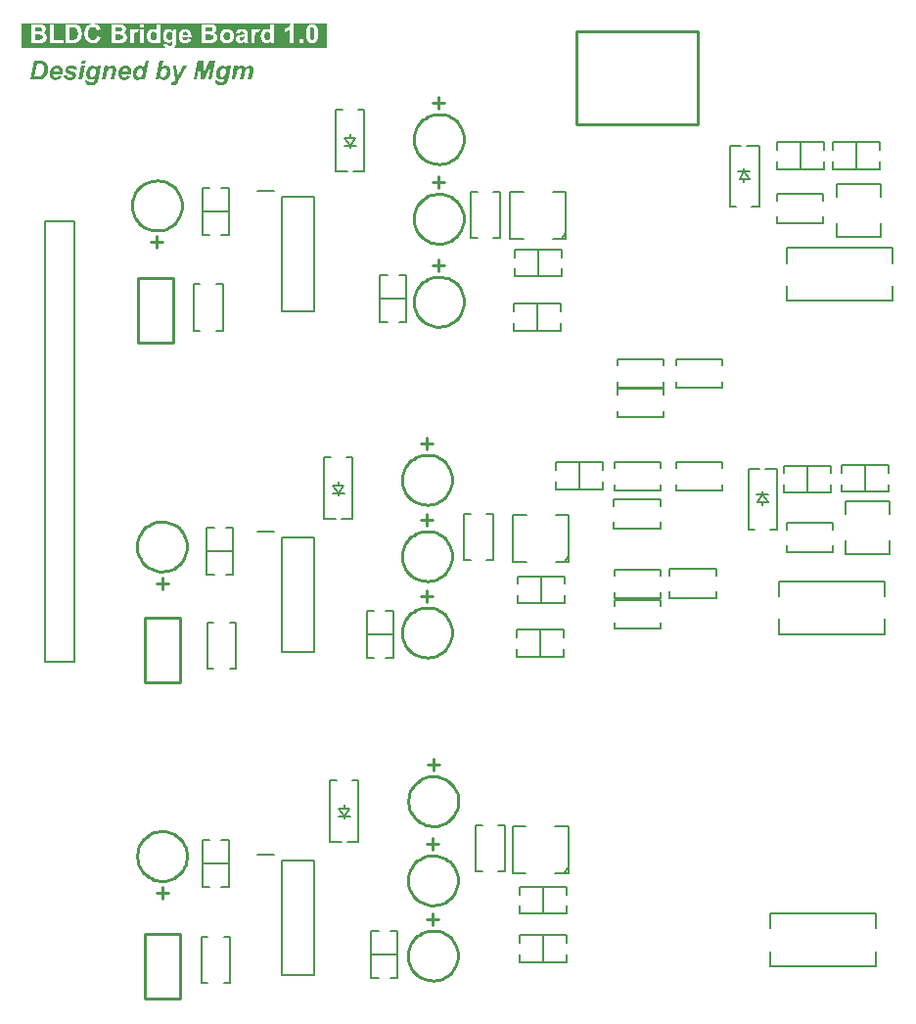
<source format=gto>
G04*
G04 #@! TF.GenerationSoftware,Altium Limited,Altium Designer,23.10.1 (27)*
G04*
G04 Layer_Color=65535*
%FSLAX25Y25*%
%MOIN*%
G70*
G04*
G04 #@! TF.SameCoordinates,D58E8A5F-C196-4DC0-9E6E-83BCDBF650AB*
G04*
G04*
G04 #@! TF.FilePolarity,Positive*
G04*
G01*
G75*
%ADD10C,0.01000*%
%ADD11C,0.00787*%
%ADD12C,0.00600*%
%ADD13C,0.00591*%
G36*
X27608Y333159D02*
X26359D01*
X26600Y334288D01*
X27839D01*
X27608Y333159D01*
D02*
G37*
G36*
X37015Y332623D02*
X37126Y332614D01*
X37256Y332595D01*
X37404Y332549D01*
X37552Y332493D01*
X37700Y332410D01*
X37839Y332299D01*
X37857Y332281D01*
X37894Y332244D01*
X37940Y332170D01*
X38005Y332068D01*
X38070Y331939D01*
X38116Y331790D01*
X38153Y331624D01*
X38171Y331430D01*
Y331420D01*
Y331383D01*
X38162Y331319D01*
X38144Y331217D01*
X38125Y331097D01*
X38098Y330930D01*
X38079Y330838D01*
X38061Y330736D01*
X38033Y330625D01*
X38005Y330505D01*
X37441Y327887D01*
X36201D01*
X36766Y330514D01*
Y330523D01*
X36775Y330542D01*
Y330570D01*
X36784Y330607D01*
X36803Y330708D01*
X36830Y330819D01*
X36849Y330940D01*
X36867Y331060D01*
X36886Y331152D01*
X36895Y331189D01*
Y331217D01*
Y331226D01*
Y331254D01*
X36886Y331300D01*
X36876Y331356D01*
X36858Y331411D01*
X36830Y331476D01*
X36793Y331541D01*
X36747Y331596D01*
X36738Y331606D01*
X36719Y331615D01*
X36691Y331643D01*
X36645Y331670D01*
X36590Y331689D01*
X36525Y331716D01*
X36442Y331726D01*
X36349Y331735D01*
X36303D01*
X36248Y331726D01*
X36164Y331707D01*
X36072Y331680D01*
X35970Y331633D01*
X35859Y331578D01*
X35730Y331504D01*
X35711Y331494D01*
X35674Y331457D01*
X35609Y331411D01*
X35535Y331337D01*
X35452Y331254D01*
X35359Y331152D01*
X35276Y331032D01*
X35193Y330893D01*
X35184Y330884D01*
X35165Y330838D01*
X35138Y330764D01*
X35119Y330708D01*
X35100Y330653D01*
X35082Y330579D01*
X35054Y330505D01*
X35026Y330412D01*
X34999Y330311D01*
X34971Y330200D01*
X34934Y330070D01*
X34906Y329931D01*
X34869Y329783D01*
X34471Y327887D01*
X33232D01*
X34203Y332530D01*
X35387D01*
X35267Y331920D01*
X35276D01*
X35285Y331939D01*
X35341Y331985D01*
X35434Y332049D01*
X35544Y332133D01*
X35674Y332216D01*
X35813Y332309D01*
X35961Y332392D01*
X36109Y332466D01*
X36127Y332475D01*
X36173Y332493D01*
X36257Y332521D01*
X36358Y332549D01*
X36479Y332577D01*
X36617Y332605D01*
X36766Y332623D01*
X36923Y332632D01*
X36978D01*
X37015Y332623D01*
D02*
G37*
G36*
X47930Y327887D02*
X46755D01*
X46857Y328377D01*
X46839Y328359D01*
X46802Y328322D01*
X46728Y328266D01*
X46644Y328192D01*
X46543Y328118D01*
X46432Y328035D01*
X46312Y327970D01*
X46182Y327906D01*
X46163Y327896D01*
X46126Y327887D01*
X46053Y327859D01*
X45960Y327841D01*
X45849Y327813D01*
X45729Y327785D01*
X45581Y327776D01*
X45433Y327767D01*
X45368D01*
X45312Y327776D01*
X45248Y327785D01*
X45183Y327795D01*
X45017Y327832D01*
X44831Y327887D01*
X44637Y327970D01*
X44535Y328026D01*
X44443Y328100D01*
X44350Y328174D01*
X44267Y328257D01*
X44258Y328266D01*
X44249Y328285D01*
X44230Y328312D01*
X44203Y328349D01*
X44166Y328396D01*
X44129Y328461D01*
X44091Y328535D01*
X44045Y328627D01*
X44008Y328719D01*
X43962Y328831D01*
X43925Y328951D01*
X43897Y329080D01*
X43860Y329219D01*
X43842Y329367D01*
X43832Y329534D01*
X43823Y329709D01*
Y329718D01*
Y329755D01*
Y329820D01*
X43832Y329894D01*
X43842Y329996D01*
X43860Y330107D01*
X43879Y330237D01*
X43907Y330384D01*
X43934Y330533D01*
X43981Y330690D01*
X44027Y330856D01*
X44091Y331032D01*
X44166Y331208D01*
X44249Y331383D01*
X44350Y331559D01*
X44462Y331726D01*
X44471Y331735D01*
X44489Y331763D01*
X44526Y331809D01*
X44582Y331865D01*
X44637Y331939D01*
X44721Y332013D01*
X44813Y332096D01*
X44915Y332179D01*
X45026Y332262D01*
X45155Y332346D01*
X45294Y332419D01*
X45442Y332493D01*
X45599Y332549D01*
X45775Y332595D01*
X45951Y332623D01*
X46145Y332632D01*
X46191D01*
X46237Y332623D01*
X46302D01*
X46376Y332614D01*
X46469Y332595D01*
X46571Y332568D01*
X46681Y332540D01*
X46793Y332503D01*
X46913Y332447D01*
X47033Y332392D01*
X47144Y332318D01*
X47264Y332235D01*
X47375Y332133D01*
X47477Y332013D01*
X47570Y331883D01*
X48097Y334288D01*
X49336D01*
X47930Y327887D01*
D02*
G37*
G36*
X83922Y332614D02*
X84042Y332595D01*
X84181Y332558D01*
X84329Y332503D01*
X84468Y332429D01*
X84588Y332327D01*
X84597Y332318D01*
X84634Y332272D01*
X84690Y332207D01*
X84745Y332114D01*
X84801Y332003D01*
X84856Y331874D01*
X84893Y331716D01*
X84903Y331541D01*
Y331532D01*
Y331494D01*
X84893Y331430D01*
X84884Y331347D01*
X84875Y331236D01*
X84847Y331087D01*
X84819Y330912D01*
X84773Y330708D01*
X84162Y327887D01*
X82923D01*
X83524Y330708D01*
Y330717D01*
X83534Y330736D01*
Y330754D01*
X83543Y330791D01*
X83561Y330884D01*
X83580Y330986D01*
X83598Y331087D01*
X83617Y331189D01*
X83635Y331263D01*
Y331291D01*
Y331310D01*
Y331319D01*
Y331347D01*
X83626Y331374D01*
X83617Y331420D01*
X83589Y331522D01*
X83552Y331569D01*
X83515Y331615D01*
X83506Y331624D01*
X83496Y331633D01*
X83469Y331652D01*
X83432Y331680D01*
X83385Y331698D01*
X83321Y331716D01*
X83256Y331726D01*
X83173Y331735D01*
X83126D01*
X83090Y331726D01*
X82997Y331707D01*
X82886Y331670D01*
X82757Y331615D01*
X82608Y331522D01*
X82534Y331467D01*
X82460Y331402D01*
X82396Y331328D01*
X82322Y331236D01*
X82313Y331217D01*
X82294Y331199D01*
X82275Y331171D01*
X82257Y331124D01*
X82229Y331078D01*
X82192Y331013D01*
X82165Y330949D01*
X82127Y330866D01*
X82091Y330773D01*
X82054Y330671D01*
X82016Y330560D01*
X81970Y330440D01*
X81933Y330301D01*
X81896Y330153D01*
X81859Y329987D01*
X81415Y327887D01*
X80176D01*
X80759Y330680D01*
Y330690D01*
X80768Y330699D01*
X80777Y330764D01*
X80796Y330847D01*
X80814Y330940D01*
X80832Y331050D01*
X80842Y331152D01*
X80860Y331245D01*
Y331310D01*
Y331319D01*
Y331337D01*
X80851Y331374D01*
X80842Y331420D01*
X80805Y331513D01*
X80777Y331569D01*
X80731Y331615D01*
X80721Y331624D01*
X80712Y331633D01*
X80685Y331652D01*
X80647Y331680D01*
X80592Y331698D01*
X80537Y331716D01*
X80472Y331726D01*
X80388Y331735D01*
X80352D01*
X80314Y331726D01*
X80259Y331716D01*
X80194Y331707D01*
X80120Y331680D01*
X80046Y331652D01*
X79963Y331606D01*
X79954Y331596D01*
X79926Y331587D01*
X79880Y331559D01*
X79834Y331522D01*
X79769Y331476D01*
X79704Y331411D01*
X79639Y331347D01*
X79575Y331273D01*
X79565Y331263D01*
X79547Y331236D01*
X79519Y331189D01*
X79482Y331124D01*
X79436Y331050D01*
X79390Y330949D01*
X79343Y330847D01*
X79297Y330727D01*
Y330717D01*
X79288Y330690D01*
X79269Y330644D01*
X79251Y330579D01*
X79232Y330486D01*
X79195Y330357D01*
X79158Y330209D01*
X79140Y330116D01*
X79112Y330014D01*
X78668Y327887D01*
X77429D01*
X78400Y332530D01*
X79575D01*
X79463Y331966D01*
X79473Y331976D01*
X79491Y331994D01*
X79528Y332031D01*
X79584Y332068D01*
X79649Y332123D01*
X79722Y332179D01*
X79806Y332235D01*
X79908Y332299D01*
X80129Y332419D01*
X80370Y332530D01*
X80509Y332568D01*
X80638Y332605D01*
X80786Y332623D01*
X80925Y332632D01*
X81008D01*
X81110Y332623D01*
X81221Y332605D01*
X81350Y332577D01*
X81489Y332540D01*
X81619Y332484D01*
X81730Y332410D01*
X81739Y332401D01*
X81776Y332373D01*
X81822Y332318D01*
X81887Y332253D01*
X81942Y332170D01*
X82007Y332059D01*
X82063Y331948D01*
X82100Y331809D01*
X82109Y331827D01*
X82146Y331865D01*
X82201Y331929D01*
X82275Y332013D01*
X82377Y332105D01*
X82488Y332197D01*
X82627Y332299D01*
X82784Y332392D01*
X82793D01*
X82803Y332401D01*
X82831Y332410D01*
X82867Y332429D01*
X82951Y332466D01*
X83071Y332512D01*
X83210Y332558D01*
X83376Y332595D01*
X83543Y332623D01*
X83728Y332632D01*
X83820D01*
X83922Y332614D01*
D02*
G37*
G36*
X23066Y332623D02*
X23140D01*
X23223Y332614D01*
X23427Y332595D01*
X23640Y332549D01*
X23871Y332493D01*
X24084Y332410D01*
X24176Y332355D01*
X24269Y332299D01*
X24278D01*
X24287Y332281D01*
X24343Y332244D01*
X24426Y332170D01*
X24519Y332068D01*
X24620Y331939D01*
X24713Y331790D01*
X24796Y331615D01*
X24861Y331411D01*
X23705Y331217D01*
Y331226D01*
X23686Y331254D01*
X23667Y331300D01*
X23630Y331356D01*
X23594Y331420D01*
X23538Y331476D01*
X23473Y331541D01*
X23399Y331587D01*
X23390Y331596D01*
X23353Y331615D01*
X23288Y331643D01*
X23214Y331680D01*
X23112Y331707D01*
X23001Y331735D01*
X22872Y331753D01*
X22724Y331763D01*
X22659D01*
X22585Y331753D01*
X22502Y331744D01*
X22410Y331726D01*
X22317Y331707D01*
X22224Y331670D01*
X22151Y331624D01*
X22141Y331615D01*
X22123Y331606D01*
X22095Y331578D01*
X22067Y331541D01*
X22012Y331448D01*
X21993Y331393D01*
X21984Y331328D01*
Y331319D01*
Y331300D01*
X21993Y331263D01*
X22003Y331226D01*
X22021Y331180D01*
X22058Y331134D01*
X22095Y331087D01*
X22151Y331041D01*
X22160D01*
X22178Y331023D01*
X22215Y331004D01*
X22280Y330986D01*
X22373Y330949D01*
X22428Y330930D01*
X22502Y330903D01*
X22576Y330884D01*
X22659Y330856D01*
X22752Y330819D01*
X22863Y330791D01*
X22872D01*
X22900Y330782D01*
X22946Y330764D01*
X23011Y330745D01*
X23085Y330717D01*
X23168Y330690D01*
X23362Y330625D01*
X23566Y330551D01*
X23769Y330458D01*
X23862Y330412D01*
X23954Y330366D01*
X24028Y330320D01*
X24093Y330274D01*
X24102D01*
X24112Y330255D01*
X24167Y330209D01*
X24232Y330125D01*
X24315Y330024D01*
X24398Y329894D01*
X24472Y329746D01*
X24519Y329580D01*
X24528Y329487D01*
X24537Y329395D01*
Y329385D01*
Y329367D01*
Y329330D01*
X24528Y329284D01*
X24519Y329228D01*
X24509Y329164D01*
X24463Y329006D01*
X24398Y328831D01*
X24352Y328729D01*
X24296Y328636D01*
X24232Y328535D01*
X24158Y328442D01*
X24074Y328340D01*
X23973Y328248D01*
X23964Y328239D01*
X23945Y328229D01*
X23917Y328202D01*
X23871Y328174D01*
X23816Y328137D01*
X23742Y328100D01*
X23658Y328053D01*
X23566Y328007D01*
X23464Y327961D01*
X23344Y327915D01*
X23223Y327878D01*
X23076Y327841D01*
X22928Y327813D01*
X22770Y327785D01*
X22594Y327776D01*
X22410Y327767D01*
X22317D01*
X22243Y327776D01*
X22160D01*
X22058Y327785D01*
X21956Y327795D01*
X21836Y327813D01*
X21586Y327859D01*
X21327Y327915D01*
X21078Y328007D01*
X20967Y328063D01*
X20855Y328128D01*
X20846D01*
X20828Y328146D01*
X20800Y328165D01*
X20763Y328192D01*
X20671Y328285D01*
X20560Y328396D01*
X20439Y328544D01*
X20310Y328729D01*
X20199Y328932D01*
X20116Y329173D01*
X21327Y329367D01*
X21337Y329348D01*
X21355Y329302D01*
X21392Y329238D01*
X21438Y329154D01*
X21494Y329062D01*
X21558Y328969D01*
X21642Y328886D01*
X21725Y328821D01*
X21734Y328812D01*
X21771Y328794D01*
X21827Y328775D01*
X21901Y328747D01*
X21993Y328710D01*
X22104Y328692D01*
X22234Y328673D01*
X22382Y328664D01*
X22456D01*
X22530Y328673D01*
X22632Y328692D01*
X22742Y328710D01*
X22863Y328738D01*
X22974Y328784D01*
X23076Y328849D01*
X23085Y328858D01*
X23103Y328877D01*
X23131Y328905D01*
X23168Y328941D01*
X23233Y329043D01*
X23251Y329099D01*
X23260Y329173D01*
Y329182D01*
Y329191D01*
X23251Y329247D01*
X23223Y329321D01*
X23168Y329395D01*
X23159Y329404D01*
X23149Y329413D01*
X23112Y329432D01*
X23066Y329460D01*
X22992Y329497D01*
X22900Y329543D01*
X22789Y329589D01*
X22641Y329635D01*
X22632D01*
X22594Y329654D01*
X22530Y329672D01*
X22456Y329700D01*
X22373Y329728D01*
X22271Y329765D01*
X22039Y329848D01*
X21799Y329950D01*
X21568Y330042D01*
X21457Y330098D01*
X21364Y330144D01*
X21290Y330190D01*
X21226Y330227D01*
X21207Y330246D01*
X21161Y330292D01*
X21096Y330366D01*
X21022Y330468D01*
X20939Y330597D01*
X20874Y330754D01*
X20828Y330930D01*
X20819Y331023D01*
X20809Y331124D01*
Y331134D01*
Y331152D01*
Y331180D01*
X20819Y331217D01*
X20828Y331319D01*
X20865Y331448D01*
X20911Y331596D01*
X20985Y331753D01*
X21087Y331911D01*
X21142Y331994D01*
X21216Y332068D01*
X21226Y332077D01*
X21244Y332096D01*
X21281Y332123D01*
X21327Y332160D01*
X21383Y332197D01*
X21457Y332244D01*
X21540Y332299D01*
X21642Y332355D01*
X21762Y332401D01*
X21882Y332456D01*
X22021Y332503D01*
X22178Y332549D01*
X22345Y332577D01*
X22521Y332605D01*
X22715Y332623D01*
X22918Y332632D01*
X23001D01*
X23066Y332623D01*
D02*
G37*
G36*
X70685Y327887D02*
X69492D01*
X70602Y333196D01*
X68225Y327887D01*
X66976D01*
X66736Y333233D01*
X65727Y327887D01*
X64534D01*
X65866Y334288D01*
X67744D01*
X67947Y329885D01*
X69955Y334288D01*
X71851D01*
X70685Y327887D01*
D02*
G37*
G36*
X59400Y327434D02*
Y327425D01*
X59382Y327406D01*
X59363Y327378D01*
X59345Y327332D01*
X59280Y327221D01*
X59197Y327092D01*
X59104Y326943D01*
X59012Y326796D01*
X58919Y326666D01*
X58836Y326555D01*
X58827Y326546D01*
X58799Y326509D01*
X58762Y326463D01*
X58706Y326407D01*
X58632Y326342D01*
X58549Y326277D01*
X58457Y326213D01*
X58355Y326148D01*
X58346Y326139D01*
X58309Y326130D01*
X58244Y326102D01*
X58161Y326074D01*
X58059Y326046D01*
X57948Y326028D01*
X57819Y326009D01*
X57670Y326000D01*
X57596D01*
X57522Y326009D01*
X57411Y326019D01*
X57282Y326037D01*
X57125Y326065D01*
X56958Y326102D01*
X56783Y326148D01*
X56884Y327082D01*
X56893D01*
X56921Y327073D01*
X56968Y327064D01*
X57023Y327045D01*
X57088Y327036D01*
X57162Y327017D01*
X57319Y327008D01*
X57347D01*
X57375Y327017D01*
X57411Y327027D01*
X57522Y327055D01*
X57587Y327082D01*
X57652Y327119D01*
X57726Y327166D01*
X57800Y327221D01*
X57883Y327295D01*
X57967Y327378D01*
X58040Y327480D01*
X58124Y327600D01*
X58198Y327730D01*
X58272Y327887D01*
X57467Y332530D01*
X58716D01*
X59021Y330209D01*
Y330200D01*
X59030Y330172D01*
Y330125D01*
X59039Y330061D01*
X59049Y329996D01*
X59058Y329913D01*
X59086Y329718D01*
X59104Y329515D01*
X59132Y329311D01*
X59150Y329127D01*
X59160Y329043D01*
Y328978D01*
X59169Y328997D01*
X59188Y329043D01*
X59206Y329089D01*
X59234Y329154D01*
X59262Y329238D01*
X59298Y329321D01*
X59336Y329422D01*
X59437Y329644D01*
X59548Y329894D01*
X59687Y330172D01*
X59835Y330458D01*
X60945Y332530D01*
X62268D01*
X59400Y327434D01*
D02*
G37*
G36*
X26498Y327887D02*
X25258D01*
X26230Y332530D01*
X27479D01*
X26498Y327887D01*
D02*
G37*
G36*
X12475Y334279D02*
X12632D01*
X12762Y334269D01*
X12808D01*
X12854Y334260D01*
X12873D01*
X12919Y334251D01*
X12993Y334242D01*
X13095Y334223D01*
X13206Y334205D01*
X13326Y334177D01*
X13566Y334094D01*
X13585Y334085D01*
X13622Y334075D01*
X13678Y334048D01*
X13761Y334011D01*
X13844Y333955D01*
X13946Y333899D01*
X14038Y333835D01*
X14140Y333752D01*
X14149Y333742D01*
X14186Y333715D01*
X14232Y333668D01*
X14297Y333604D01*
X14362Y333529D01*
X14436Y333437D01*
X14510Y333335D01*
X14584Y333224D01*
X14593Y333215D01*
X14612Y333169D01*
X14649Y333104D01*
X14686Y333021D01*
X14732Y332919D01*
X14787Y332799D01*
X14834Y332660D01*
X14871Y332512D01*
X14880Y332493D01*
X14889Y332438D01*
X14908Y332355D01*
X14926Y332253D01*
X14945Y332123D01*
X14954Y331966D01*
X14973Y331809D01*
Y331633D01*
Y331624D01*
Y331587D01*
Y331532D01*
X14963Y331457D01*
Y331365D01*
X14954Y331263D01*
X14935Y331143D01*
X14926Y331013D01*
X14898Y330875D01*
X14880Y330727D01*
X14806Y330421D01*
X14704Y330107D01*
X14649Y329950D01*
X14575Y329792D01*
Y329783D01*
X14556Y329755D01*
X14538Y329718D01*
X14501Y329663D01*
X14464Y329589D01*
X14417Y329515D01*
X14297Y329330D01*
X14159Y329127D01*
X13983Y328914D01*
X13789Y328710D01*
X13576Y328516D01*
X13566D01*
X13557Y328498D01*
X13530Y328479D01*
X13492Y328461D01*
X13446Y328424D01*
X13391Y328396D01*
X13252Y328312D01*
X13085Y328229D01*
X12882Y328137D01*
X12651Y328053D01*
X12392Y327979D01*
X12373D01*
X12346Y327970D01*
X12318Y327961D01*
X12271D01*
X12216Y327952D01*
X12151Y327942D01*
X12077Y327933D01*
X11994Y327924D01*
X11902Y327915D01*
X11800Y327906D01*
X11680D01*
X11559Y327896D01*
X11421Y327887D01*
X8867D01*
X10209Y334288D01*
X12318D01*
X12475Y334279D01*
D02*
G37*
G36*
X53702Y332142D02*
X53721Y332151D01*
X53758Y332188D01*
X53822Y332235D01*
X53915Y332290D01*
X54008Y332346D01*
X54119Y332410D01*
X54229Y332466D01*
X54340Y332512D01*
X54359Y332521D01*
X54396Y332530D01*
X54461Y332549D01*
X54535Y332577D01*
X54637Y332595D01*
X54747Y332614D01*
X54877Y332623D01*
X55006Y332632D01*
X55080D01*
X55127Y332623D01*
X55191Y332614D01*
X55265Y332605D01*
X55432Y332568D01*
X55617Y332512D01*
X55821Y332419D01*
X55913Y332364D01*
X56015Y332299D01*
X56107Y332225D01*
X56191Y332133D01*
X56200Y332123D01*
X56209Y332114D01*
X56227Y332077D01*
X56265Y332040D01*
X56292Y331994D01*
X56329Y331929D01*
X56375Y331855D01*
X56413Y331772D01*
X56459Y331670D01*
X56496Y331569D01*
X56533Y331448D01*
X56570Y331319D01*
X56598Y331180D01*
X56616Y331032D01*
X56625Y330875D01*
X56634Y330699D01*
Y330690D01*
Y330671D01*
Y330634D01*
Y330588D01*
X56625Y330533D01*
Y330468D01*
X56607Y330311D01*
X56579Y330125D01*
X56542Y329913D01*
X56496Y329691D01*
X56422Y329469D01*
Y329460D01*
X56413Y329441D01*
X56403Y329413D01*
X56385Y329367D01*
X56339Y329265D01*
X56274Y329127D01*
X56200Y328969D01*
X56098Y328812D01*
X55996Y328645D01*
X55867Y328498D01*
X55848Y328479D01*
X55802Y328433D01*
X55737Y328368D01*
X55645Y328294D01*
X55534Y328202D01*
X55404Y328109D01*
X55275Y328016D01*
X55127Y327942D01*
X55108Y327933D01*
X55062Y327915D01*
X54988Y327887D01*
X54886Y327859D01*
X54766Y327822D01*
X54627Y327795D01*
X54488Y327776D01*
X54331Y327767D01*
X54285D01*
X54239Y327776D01*
X54165Y327785D01*
X54081Y327795D01*
X53989Y327813D01*
X53887Y327841D01*
X53776Y327878D01*
X53656Y327924D01*
X53536Y327979D01*
X53416Y328053D01*
X53286Y328137D01*
X53175Y328229D01*
X53064Y328349D01*
X52953Y328479D01*
X52860Y328636D01*
X52703Y327887D01*
X51575D01*
X52916Y334288D01*
X54155D01*
X53702Y332142D01*
D02*
G37*
G36*
X41557Y332623D02*
X41631Y332614D01*
X41714Y332605D01*
X41807Y332586D01*
X41908Y332568D01*
X42131Y332503D01*
X42241Y332466D01*
X42353Y332410D01*
X42463Y332346D01*
X42575Y332281D01*
X42676Y332197D01*
X42778Y332105D01*
X42787Y332096D01*
X42796Y332077D01*
X42824Y332049D01*
X42861Y332013D01*
X42898Y331957D01*
X42935Y331892D01*
X42981Y331809D01*
X43037Y331726D01*
X43083Y331624D01*
X43130Y331513D01*
X43167Y331393D01*
X43203Y331254D01*
X43240Y331115D01*
X43268Y330958D01*
X43277Y330801D01*
X43287Y330625D01*
Y330616D01*
Y330607D01*
Y330551D01*
Y330458D01*
X43277Y330357D01*
X43268Y330227D01*
X43250Y330088D01*
X43194Y329811D01*
X40049D01*
Y329802D01*
Y329765D01*
X40040Y329728D01*
Y329691D01*
Y329681D01*
Y329672D01*
Y329617D01*
X40058Y329534D01*
X40077Y329422D01*
X40105Y329302D01*
X40151Y329182D01*
X40216Y329052D01*
X40299Y328941D01*
X40308Y328932D01*
X40345Y328895D01*
X40401Y328858D01*
X40484Y328803D01*
X40576Y328756D01*
X40688Y328710D01*
X40817Y328673D01*
X40956Y328664D01*
X41021D01*
X41058Y328673D01*
X41113Y328682D01*
X41178Y328701D01*
X41317Y328747D01*
X41390Y328775D01*
X41474Y328821D01*
X41557Y328877D01*
X41631Y328941D01*
X41714Y329015D01*
X41798Y329099D01*
X41872Y329201D01*
X41936Y329311D01*
X43055Y329127D01*
Y329117D01*
X43037Y329099D01*
X43018Y329062D01*
X42991Y329015D01*
X42963Y328960D01*
X42917Y328895D01*
X42824Y328738D01*
X42695Y328572D01*
X42538Y328405D01*
X42362Y328239D01*
X42167Y328100D01*
X42158D01*
X42140Y328081D01*
X42112Y328072D01*
X42075Y328044D01*
X42020Y328026D01*
X41964Y327998D01*
X41807Y327933D01*
X41631Y327869D01*
X41418Y327822D01*
X41196Y327785D01*
X40946Y327767D01*
X40854D01*
X40789Y327776D01*
X40706Y327785D01*
X40613Y327795D01*
X40512Y327813D01*
X40401Y327841D01*
X40160Y327915D01*
X40031Y327961D01*
X39901Y328016D01*
X39781Y328081D01*
X39652Y328165D01*
X39531Y328257D01*
X39420Y328359D01*
X39411Y328368D01*
X39393Y328386D01*
X39365Y328424D01*
X39328Y328470D01*
X39281Y328525D01*
X39235Y328599D01*
X39180Y328682D01*
X39134Y328775D01*
X39078Y328886D01*
X39022Y328997D01*
X38976Y329127D01*
X38930Y329265D01*
X38893Y329413D01*
X38865Y329580D01*
X38847Y329746D01*
X38838Y329922D01*
Y329931D01*
Y329968D01*
Y330014D01*
X38847Y330079D01*
X38856Y330163D01*
X38865Y330264D01*
X38884Y330375D01*
X38902Y330496D01*
X38967Y330754D01*
X39013Y330893D01*
X39059Y331041D01*
X39124Y331189D01*
X39189Y331337D01*
X39272Y331485D01*
X39365Y331624D01*
X39374Y331633D01*
X39402Y331670D01*
X39439Y331716D01*
X39494Y331781D01*
X39577Y331855D01*
X39661Y331948D01*
X39772Y332031D01*
X39892Y332133D01*
X40031Y332225D01*
X40188Y332318D01*
X40354Y332401D01*
X40540Y332475D01*
X40734Y332540D01*
X40946Y332586D01*
X41178Y332623D01*
X41418Y332632D01*
X41502D01*
X41557Y332623D01*
D02*
G37*
G36*
X18182D02*
X18256Y332614D01*
X18339Y332605D01*
X18432Y332586D01*
X18534Y332568D01*
X18756Y332503D01*
X18867Y332466D01*
X18978Y332410D01*
X19089Y332346D01*
X19200Y332281D01*
X19301Y332197D01*
X19403Y332105D01*
X19412Y332096D01*
X19422Y332077D01*
X19450Y332049D01*
X19487Y332013D01*
X19523Y331957D01*
X19560Y331892D01*
X19607Y331809D01*
X19662Y331726D01*
X19708Y331624D01*
X19755Y331513D01*
X19792Y331393D01*
X19829Y331254D01*
X19866Y331115D01*
X19894Y330958D01*
X19903Y330801D01*
X19912Y330625D01*
Y330616D01*
Y330607D01*
Y330551D01*
Y330458D01*
X19903Y330357D01*
X19894Y330227D01*
X19875Y330088D01*
X19819Y329811D01*
X16675D01*
Y329802D01*
Y329765D01*
X16665Y329728D01*
Y329691D01*
Y329681D01*
Y329672D01*
Y329617D01*
X16684Y329534D01*
X16702Y329422D01*
X16730Y329302D01*
X16776Y329182D01*
X16841Y329052D01*
X16924Y328941D01*
X16933Y328932D01*
X16971Y328895D01*
X17026Y328858D01*
X17109Y328803D01*
X17202Y328756D01*
X17313Y328710D01*
X17442Y328673D01*
X17581Y328664D01*
X17646D01*
X17683Y328673D01*
X17738Y328682D01*
X17803Y328701D01*
X17942Y328747D01*
X18016Y328775D01*
X18099Y328821D01*
X18182Y328877D01*
X18256Y328941D01*
X18339Y329015D01*
X18423Y329099D01*
X18497Y329201D01*
X18562Y329311D01*
X19681Y329127D01*
Y329117D01*
X19662Y329099D01*
X19644Y329062D01*
X19616Y329015D01*
X19588Y328960D01*
X19542Y328895D01*
X19450Y328738D01*
X19320Y328572D01*
X19163Y328405D01*
X18987Y328239D01*
X18793Y328100D01*
X18783D01*
X18765Y328081D01*
X18737Y328072D01*
X18700Y328044D01*
X18645Y328026D01*
X18589Y327998D01*
X18432Y327933D01*
X18256Y327869D01*
X18044Y327822D01*
X17821Y327785D01*
X17572Y327767D01*
X17479D01*
X17414Y327776D01*
X17331Y327785D01*
X17239Y327795D01*
X17137Y327813D01*
X17026Y327841D01*
X16785Y327915D01*
X16656Y327961D01*
X16526Y328016D01*
X16406Y328081D01*
X16277Y328165D01*
X16157Y328257D01*
X16046Y328359D01*
X16036Y328368D01*
X16018Y328386D01*
X15990Y328424D01*
X15953Y328470D01*
X15907Y328525D01*
X15860Y328599D01*
X15805Y328682D01*
X15759Y328775D01*
X15703Y328886D01*
X15648Y328997D01*
X15601Y329127D01*
X15555Y329265D01*
X15518Y329413D01*
X15491Y329580D01*
X15472Y329746D01*
X15463Y329922D01*
Y329931D01*
Y329968D01*
Y330014D01*
X15472Y330079D01*
X15481Y330163D01*
X15491Y330264D01*
X15509Y330375D01*
X15528Y330496D01*
X15592Y330754D01*
X15639Y330893D01*
X15685Y331041D01*
X15750Y331189D01*
X15814Y331337D01*
X15898Y331485D01*
X15990Y331624D01*
X15999Y331633D01*
X16027Y331670D01*
X16064Y331716D01*
X16119Y331781D01*
X16203Y331855D01*
X16286Y331948D01*
X16397Y332031D01*
X16517Y332133D01*
X16656Y332225D01*
X16813Y332318D01*
X16980Y332401D01*
X17165Y332475D01*
X17359Y332540D01*
X17572Y332586D01*
X17803Y332623D01*
X18044Y332632D01*
X18127D01*
X18182Y332623D01*
D02*
G37*
G36*
X74570D02*
X74681Y332605D01*
X74811Y332568D01*
X74959Y332530D01*
X75098Y332466D01*
X75245Y332382D01*
X75264Y332373D01*
X75310Y332336D01*
X75384Y332281D01*
X75467Y332207D01*
X75560Y332114D01*
X75662Y331994D01*
X75763Y331865D01*
X75847Y331707D01*
X76013Y332530D01*
X77179D01*
X76448Y328645D01*
Y328636D01*
X76439Y328608D01*
X76429Y328562D01*
X76411Y328498D01*
X76393Y328424D01*
X76374Y328331D01*
X76328Y328137D01*
X76272Y327924D01*
X76217Y327702D01*
X76161Y327499D01*
X76134Y327415D01*
X76106Y327332D01*
X76096Y327313D01*
X76078Y327267D01*
X76050Y327193D01*
X76013Y327101D01*
X75967Y327008D01*
X75911Y326897D01*
X75856Y326796D01*
X75791Y326703D01*
X75782Y326694D01*
X75763Y326666D01*
X75717Y326620D01*
X75671Y326564D01*
X75606Y326500D01*
X75523Y326435D01*
X75440Y326370D01*
X75338Y326305D01*
X75329Y326296D01*
X75292Y326277D01*
X75236Y326250D01*
X75162Y326222D01*
X75060Y326176D01*
X74959Y326139D01*
X74829Y326102D01*
X74700Y326074D01*
X74681D01*
X74635Y326065D01*
X74561Y326056D01*
X74459Y326037D01*
X74339Y326028D01*
X74200Y326009D01*
X74052Y326000D01*
X73803D01*
X73738Y326009D01*
X73655D01*
X73562Y326019D01*
X73451Y326028D01*
X73340Y326046D01*
X73099Y326083D01*
X72859Y326148D01*
X72619Y326231D01*
X72517Y326287D01*
X72415Y326342D01*
X72406D01*
X72396Y326361D01*
X72341Y326407D01*
X72258Y326490D01*
X72165Y326610D01*
X72119Y326684D01*
X72073Y326759D01*
X72036Y326851D01*
X71990Y326953D01*
X71962Y327064D01*
X71934Y327184D01*
X71925Y327323D01*
X71916Y327462D01*
Y327480D01*
Y327517D01*
Y327572D01*
X71925Y327637D01*
X73257Y327452D01*
Y327443D01*
Y327415D01*
Y327378D01*
X73266Y327341D01*
X73285Y327239D01*
X73303Y327193D01*
X73321Y327147D01*
X73331Y327129D01*
X73368Y327092D01*
X73432Y327027D01*
X73525Y326971D01*
X73534D01*
X73553Y326962D01*
X73590Y326953D01*
X73627Y326934D01*
X73691Y326925D01*
X73756Y326906D01*
X73830Y326897D01*
X73997D01*
X74071Y326906D01*
X74163Y326916D01*
X74274Y326934D01*
X74385Y326971D01*
X74496Y327008D01*
X74598Y327064D01*
X74607Y327073D01*
X74635Y327092D01*
X74663Y327119D01*
X74709Y327156D01*
X74765Y327212D01*
X74811Y327276D01*
X74866Y327360D01*
X74913Y327452D01*
Y327462D01*
X74922Y327489D01*
X74940Y327536D01*
X74968Y327609D01*
X74986Y327711D01*
X75024Y327841D01*
X75060Y327998D01*
X75098Y328192D01*
X75144Y328405D01*
X75134Y328396D01*
X75116Y328386D01*
X75079Y328359D01*
X75024Y328322D01*
X74959Y328285D01*
X74894Y328239D01*
X74801Y328183D01*
X74709Y328137D01*
X74496Y328035D01*
X74265Y327952D01*
X74136Y327915D01*
X74006Y327896D01*
X73877Y327878D01*
X73738Y327869D01*
X73673D01*
X73627Y327878D01*
X73562Y327887D01*
X73497Y327896D01*
X73340Y327924D01*
X73164Y327979D01*
X72979Y328072D01*
X72887Y328118D01*
X72794Y328183D01*
X72702Y328257D01*
X72619Y328340D01*
Y328349D01*
X72600Y328359D01*
X72581Y328386D01*
X72554Y328433D01*
X72517Y328479D01*
X72480Y328544D01*
X72443Y328618D01*
X72406Y328701D01*
X72360Y328794D01*
X72322Y328895D01*
X72285Y329006D01*
X72249Y329136D01*
X72221Y329275D01*
X72202Y329422D01*
X72193Y329580D01*
X72184Y329746D01*
Y329755D01*
Y329783D01*
Y329830D01*
X72193Y329885D01*
Y329959D01*
X72202Y330042D01*
X72211Y330135D01*
X72221Y330246D01*
X72258Y330477D01*
X72313Y330727D01*
X72378Y330986D01*
X72480Y331245D01*
Y331254D01*
X72498Y331273D01*
X72508Y331310D01*
X72535Y331356D01*
X72563Y331411D01*
X72600Y331476D01*
X72693Y331633D01*
X72813Y331800D01*
X72961Y331976D01*
X73127Y332133D01*
X73312Y332281D01*
X73321D01*
X73340Y332299D01*
X73368Y332318D01*
X73405Y332336D01*
X73451Y332364D01*
X73516Y332392D01*
X73655Y332456D01*
X73812Y332521D01*
X73997Y332577D01*
X74200Y332614D01*
X74404Y332632D01*
X74478D01*
X74570Y332623D01*
D02*
G37*
G36*
X30318D02*
X30429Y332605D01*
X30559Y332568D01*
X30707Y332530D01*
X30845Y332466D01*
X30994Y332382D01*
X31012Y332373D01*
X31058Y332336D01*
X31132Y332281D01*
X31216Y332207D01*
X31308Y332114D01*
X31410Y331994D01*
X31512Y331865D01*
X31595Y331707D01*
X31761Y332530D01*
X32927D01*
X32196Y328645D01*
Y328636D01*
X32187Y328608D01*
X32177Y328562D01*
X32159Y328498D01*
X32140Y328424D01*
X32122Y328331D01*
X32076Y328137D01*
X32020Y327924D01*
X31965Y327702D01*
X31909Y327499D01*
X31881Y327415D01*
X31854Y327332D01*
X31844Y327313D01*
X31826Y327267D01*
X31798Y327193D01*
X31761Y327101D01*
X31715Y327008D01*
X31659Y326897D01*
X31604Y326796D01*
X31539Y326703D01*
X31530Y326694D01*
X31512Y326666D01*
X31465Y326620D01*
X31419Y326564D01*
X31354Y326500D01*
X31271Y326435D01*
X31188Y326370D01*
X31086Y326305D01*
X31077Y326296D01*
X31040Y326277D01*
X30984Y326250D01*
X30910Y326222D01*
X30808Y326176D01*
X30707Y326139D01*
X30577Y326102D01*
X30448Y326074D01*
X30429D01*
X30383Y326065D01*
X30309Y326056D01*
X30207Y326037D01*
X30087Y326028D01*
X29948Y326009D01*
X29800Y326000D01*
X29550D01*
X29486Y326009D01*
X29403D01*
X29310Y326019D01*
X29199Y326028D01*
X29088Y326046D01*
X28848Y326083D01*
X28607Y326148D01*
X28367Y326231D01*
X28265Y326287D01*
X28163Y326342D01*
X28154D01*
X28144Y326361D01*
X28089Y326407D01*
X28006Y326490D01*
X27913Y326610D01*
X27867Y326684D01*
X27821Y326759D01*
X27784Y326851D01*
X27738Y326953D01*
X27710Y327064D01*
X27682Y327184D01*
X27673Y327323D01*
X27663Y327462D01*
Y327480D01*
Y327517D01*
Y327572D01*
X27673Y327637D01*
X29005Y327452D01*
Y327443D01*
Y327415D01*
Y327378D01*
X29014Y327341D01*
X29032Y327239D01*
X29051Y327193D01*
X29070Y327147D01*
X29079Y327129D01*
X29116Y327092D01*
X29180Y327027D01*
X29273Y326971D01*
X29282D01*
X29301Y326962D01*
X29338Y326953D01*
X29375Y326934D01*
X29439Y326925D01*
X29504Y326906D01*
X29578Y326897D01*
X29745D01*
X29819Y326906D01*
X29911Y326916D01*
X30022Y326934D01*
X30133Y326971D01*
X30244Y327008D01*
X30346Y327064D01*
X30355Y327073D01*
X30383Y327092D01*
X30411Y327119D01*
X30457Y327156D01*
X30512Y327212D01*
X30559Y327276D01*
X30614Y327360D01*
X30661Y327452D01*
Y327462D01*
X30670Y327489D01*
X30688Y327536D01*
X30716Y327609D01*
X30735Y327711D01*
X30771Y327841D01*
X30808Y327998D01*
X30845Y328192D01*
X30892Y328405D01*
X30882Y328396D01*
X30864Y328386D01*
X30827Y328359D01*
X30771Y328322D01*
X30707Y328285D01*
X30642Y328239D01*
X30549Y328183D01*
X30457Y328137D01*
X30244Y328035D01*
X30013Y327952D01*
X29884Y327915D01*
X29754Y327896D01*
X29625Y327878D01*
X29486Y327869D01*
X29421D01*
X29375Y327878D01*
X29310Y327887D01*
X29245Y327896D01*
X29088Y327924D01*
X28912Y327979D01*
X28727Y328072D01*
X28635Y328118D01*
X28542Y328183D01*
X28450Y328257D01*
X28367Y328340D01*
Y328349D01*
X28348Y328359D01*
X28330Y328386D01*
X28302Y328433D01*
X28265Y328479D01*
X28228Y328544D01*
X28191Y328618D01*
X28154Y328701D01*
X28108Y328794D01*
X28071Y328895D01*
X28034Y329006D01*
X27997Y329136D01*
X27969Y329275D01*
X27950Y329422D01*
X27941Y329580D01*
X27932Y329746D01*
Y329755D01*
Y329783D01*
Y329830D01*
X27941Y329885D01*
Y329959D01*
X27950Y330042D01*
X27959Y330135D01*
X27969Y330246D01*
X28006Y330477D01*
X28061Y330727D01*
X28126Y330986D01*
X28228Y331245D01*
Y331254D01*
X28246Y331273D01*
X28256Y331310D01*
X28283Y331356D01*
X28311Y331411D01*
X28348Y331476D01*
X28440Y331633D01*
X28561Y331800D01*
X28709Y331976D01*
X28875Y332133D01*
X29060Y332281D01*
X29070D01*
X29088Y332299D01*
X29116Y332318D01*
X29153Y332336D01*
X29199Y332364D01*
X29264Y332392D01*
X29403Y332456D01*
X29560Y332521D01*
X29745Y332577D01*
X29948Y332614D01*
X30152Y332632D01*
X30226D01*
X30318Y332623D01*
D02*
G37*
G36*
X109896Y338500D02*
X56385D01*
X56607Y338509D01*
X56810Y338519D01*
X56986Y338546D01*
X57143Y338574D01*
X57263Y338593D01*
X57347Y338620D01*
X57402Y338630D01*
X57421Y338639D01*
X57569Y338694D01*
X57698Y338750D01*
X57809Y338814D01*
X57902Y338870D01*
X57967Y338916D01*
X58022Y338963D01*
X58059Y338990D01*
X58068Y339000D01*
X58161Y339092D01*
X58235Y339194D01*
X58299Y339305D01*
X58355Y339406D01*
X58401Y339499D01*
X58429Y339573D01*
X58447Y339619D01*
X58457Y339638D01*
X58485Y339721D01*
X58503Y339804D01*
X58540Y339999D01*
X58558Y340202D01*
X58577Y340406D01*
X58586Y340581D01*
X58596Y340655D01*
Y345030D01*
X57449D01*
Y344365D01*
X57337Y344503D01*
X57227Y344614D01*
X57106Y344725D01*
X56986Y344809D01*
X56866Y344882D01*
X56745Y344947D01*
X56634Y344993D01*
X56524Y345040D01*
X56422Y345068D01*
X56329Y345095D01*
X56237Y345105D01*
X56172Y345123D01*
X56107D01*
X56061Y345132D01*
X56024D01*
X55876Y345123D01*
X55728Y345105D01*
X55589Y345077D01*
X55450Y345040D01*
X55219Y344938D01*
X55108Y344882D01*
X55016Y344827D01*
X54923Y344762D01*
X54849Y344707D01*
X54785Y344660D01*
X54729Y344614D01*
X54683Y344568D01*
X54655Y344540D01*
X54637Y344522D01*
X54627Y344513D01*
X54526Y344392D01*
X54442Y344263D01*
X54368Y344115D01*
X54303Y343976D01*
X54257Y343828D01*
X54211Y343680D01*
X54146Y343384D01*
X54119Y343254D01*
X54100Y343125D01*
X54091Y343014D01*
X54081Y342921D01*
X54072Y342838D01*
Y342727D01*
X54081Y342561D01*
X54091Y342394D01*
X54137Y342098D01*
X54174Y341960D01*
X54211Y341830D01*
X54248Y341710D01*
X54285Y341608D01*
X54322Y341506D01*
X54359Y341423D01*
X54396Y341349D01*
X54433Y341284D01*
X54461Y341238D01*
X54479Y341201D01*
X54498Y341182D01*
Y341173D01*
X54609Y341035D01*
X54720Y340914D01*
X54840Y340812D01*
X54960Y340720D01*
X55080Y340646D01*
X55210Y340581D01*
X55330Y340526D01*
X55441Y340489D01*
X55552Y340452D01*
X55654Y340433D01*
X55747Y340415D01*
X55821Y340396D01*
X55885D01*
X55941Y340387D01*
X55978D01*
X56135Y340396D01*
X56283Y340424D01*
X56422Y340461D01*
X56551Y340507D01*
X56783Y340628D01*
X56893Y340692D01*
X56986Y340766D01*
X57069Y340831D01*
X57152Y340896D01*
X57217Y340961D01*
X57263Y341016D01*
X57310Y341072D01*
X57337Y341108D01*
X57356Y341127D01*
X57365Y341136D01*
Y340461D01*
Y340322D01*
X57356Y340202D01*
X57347Y340109D01*
X57337Y340036D01*
X57319Y339971D01*
X57310Y339934D01*
X57301Y339915D01*
Y339906D01*
X57263Y339832D01*
X57227Y339767D01*
X57190Y339712D01*
X57152Y339666D01*
X57116Y339629D01*
X57088Y339610D01*
X57069Y339601D01*
X57060Y339592D01*
X56958Y339545D01*
X56847Y339508D01*
X56727Y339480D01*
X56607Y339462D01*
X56505Y339453D01*
X56422Y339443D01*
X56339D01*
X56209Y339453D01*
X56098Y339462D01*
X56006Y339490D01*
X55932Y339517D01*
X55867Y339536D01*
X55830Y339564D01*
X55802Y339573D01*
X55793Y339582D01*
X55747Y339619D01*
X55709Y339675D01*
X55663Y339786D01*
X55654Y339832D01*
X55645Y339878D01*
X55635Y339906D01*
Y339915D01*
X54229Y340082D01*
X54220Y340026D01*
Y339980D01*
Y339943D01*
Y339934D01*
X54229Y339823D01*
X54239Y339712D01*
X54294Y339508D01*
X54378Y339333D01*
X54470Y339184D01*
X54553Y339064D01*
X54637Y338981D01*
X54692Y338926D01*
X54701Y338916D01*
X54711Y338907D01*
X54812Y338833D01*
X54923Y338777D01*
X55053Y338722D01*
X55182Y338676D01*
X55460Y338602D01*
X55737Y338556D01*
X55867Y338537D01*
X55987Y338519D01*
X56098Y338509D01*
X56191D01*
X56274Y338500D01*
X6000D01*
Y346908D01*
X30281D01*
X30041Y346899D01*
X29800Y346871D01*
X29588Y346825D01*
X29375Y346769D01*
X29190Y346705D01*
X29005Y346631D01*
X28848Y346548D01*
X28699Y346464D01*
X28561Y346381D01*
X28450Y346298D01*
X28348Y346224D01*
X28265Y346159D01*
X28200Y346104D01*
X28154Y346057D01*
X28126Y346029D01*
X28117Y346020D01*
X27969Y345845D01*
X27849Y345659D01*
X27738Y345465D01*
X27645Y345262D01*
X27562Y345049D01*
X27497Y344846D01*
X27441Y344642D01*
X27395Y344448D01*
X27358Y344253D01*
X27340Y344087D01*
X27321Y343930D01*
X27303Y343800D01*
Y343689D01*
X27294Y343606D01*
Y343532D01*
X27303Y343254D01*
X27330Y342996D01*
X27367Y342746D01*
X27423Y342524D01*
X27479Y342311D01*
X27553Y342108D01*
X27626Y341932D01*
X27700Y341775D01*
X27775Y341627D01*
X27849Y341497D01*
X27922Y341395D01*
X27978Y341303D01*
X28034Y341238D01*
X28071Y341182D01*
X28098Y341155D01*
X28108Y341145D01*
X28265Y340988D01*
X28431Y340859D01*
X28607Y340739D01*
X28783Y340646D01*
X28958Y340563D01*
X29134Y340489D01*
X29301Y340433D01*
X29458Y340387D01*
X29615Y340350D01*
X29754Y340322D01*
X29884Y340304D01*
X29985Y340295D01*
X30078Y340285D01*
X30143Y340276D01*
X30198D01*
X30392Y340285D01*
X30568Y340295D01*
X30744Y340322D01*
X30901Y340359D01*
X31049Y340396D01*
X31188Y340433D01*
X31317Y340479D01*
X31438Y340535D01*
X31539Y340581D01*
X31632Y340628D01*
X31715Y340665D01*
X31780Y340702D01*
X31835Y340739D01*
X31872Y340766D01*
X31891Y340775D01*
X31900Y340785D01*
X32020Y340886D01*
X32131Y340998D01*
X32335Y341247D01*
X32501Y341506D01*
X32631Y341756D01*
X32686Y341876D01*
X32732Y341987D01*
X32770Y342089D01*
X32807Y342172D01*
X32834Y342246D01*
X32853Y342302D01*
X32862Y342339D01*
Y342348D01*
X31604Y342737D01*
X31530Y342487D01*
X31447Y342274D01*
X31363Y342098D01*
X31271Y341950D01*
X31197Y341839D01*
X31132Y341765D01*
X31086Y341719D01*
X31067Y341701D01*
X30920Y341589D01*
X30771Y341515D01*
X30623Y341460D01*
X30494Y341414D01*
X30374Y341395D01*
X30272Y341386D01*
X30235Y341377D01*
X30189D01*
X30059Y341386D01*
X29939Y341395D01*
X29717Y341460D01*
X29523Y341534D01*
X29366Y341636D01*
X29236Y341728D01*
X29144Y341802D01*
X29107Y341839D01*
X29079Y341867D01*
X29070Y341876D01*
X29060Y341885D01*
X28986Y341987D01*
X28921Y342108D01*
X28857Y342237D01*
X28811Y342376D01*
X28736Y342663D01*
X28681Y342949D01*
X28662Y343088D01*
X28653Y343208D01*
X28635Y343328D01*
Y343430D01*
X28626Y343504D01*
Y343569D01*
Y343615D01*
Y343624D01*
X28635Y343837D01*
X28644Y344032D01*
X28662Y344207D01*
X28690Y344374D01*
X28727Y344522D01*
X28764Y344660D01*
X28801Y344781D01*
X28848Y344892D01*
X28885Y344984D01*
X28921Y345068D01*
X28958Y345132D01*
X28995Y345188D01*
X29023Y345234D01*
X29042Y345262D01*
X29060Y345280D01*
Y345289D01*
X29144Y345382D01*
X29236Y345465D01*
X29329Y345530D01*
X29430Y345585D01*
X29625Y345678D01*
X29809Y345743D01*
X29967Y345780D01*
X30041Y345789D01*
X30096Y345798D01*
X30152Y345808D01*
X30217D01*
X30402Y345798D01*
X30568Y345761D01*
X30716Y345715D01*
X30845Y345659D01*
X30947Y345604D01*
X31021Y345558D01*
X31067Y345521D01*
X31086Y345512D01*
X31206Y345401D01*
X31317Y345271D01*
X31400Y345142D01*
X31465Y345012D01*
X31512Y344901D01*
X31539Y344818D01*
X31558Y344781D01*
Y344753D01*
X31567Y344744D01*
Y344735D01*
X32844Y345040D01*
X32751Y345308D01*
X32649Y345539D01*
X32538Y345743D01*
X32436Y345909D01*
X32335Y346039D01*
X32298Y346094D01*
X32261Y346141D01*
X32233Y346168D01*
X32205Y346196D01*
X32196Y346215D01*
X32187D01*
X32048Y346335D01*
X31891Y346446D01*
X31743Y346538D01*
X31585Y346612D01*
X31419Y346686D01*
X31262Y346742D01*
X31104Y346788D01*
X30957Y346825D01*
X30818Y346853D01*
X30688Y346871D01*
X30577Y346890D01*
X30476Y346899D01*
X30392Y346908D01*
X109896D01*
Y338500D01*
D02*
G37*
G36*
X56505Y344170D02*
X56644Y344133D01*
X56773Y344078D01*
X56884Y344013D01*
X56968Y343948D01*
X57032Y343893D01*
X57078Y343856D01*
X57088Y343837D01*
X57190Y343689D01*
X57263Y343523D01*
X57310Y343347D01*
X57347Y343171D01*
X57365Y343014D01*
X57375Y342940D01*
X57384Y342884D01*
Y342829D01*
Y342792D01*
Y342774D01*
Y342764D01*
X57375Y342524D01*
X57337Y342311D01*
X57282Y342135D01*
X57227Y341987D01*
X57171Y341876D01*
X57116Y341793D01*
X57078Y341747D01*
X57069Y341728D01*
X56949Y341608D01*
X56819Y341525D01*
X56699Y341460D01*
X56579Y341423D01*
X56468Y341395D01*
X56385Y341386D01*
X56329Y341377D01*
X56311D01*
X56163Y341395D01*
X56024Y341432D01*
X55904Y341488D01*
X55802Y341552D01*
X55719Y341608D01*
X55663Y341664D01*
X55617Y341701D01*
X55608Y341719D01*
X55515Y341867D01*
X55450Y342034D01*
X55395Y342209D01*
X55367Y342385D01*
X55349Y342542D01*
X55339Y342616D01*
Y342672D01*
X55330Y342718D01*
Y342764D01*
Y342783D01*
Y342792D01*
X55339Y343042D01*
X55376Y343254D01*
X55423Y343430D01*
X55469Y343578D01*
X55524Y343689D01*
X55562Y343773D01*
X55598Y343819D01*
X55608Y343837D01*
X55719Y343957D01*
X55839Y344041D01*
X55968Y344106D01*
X56080Y344143D01*
X56181Y344170D01*
X56265Y344180D01*
X56320Y344189D01*
X56339D01*
X56505Y344170D01*
D02*
G37*
%LPC*%
G36*
X46312Y331707D02*
X46256D01*
X46219Y331698D01*
X46117Y331670D01*
X45988Y331633D01*
X45840Y331559D01*
X45766Y331504D01*
X45692Y331448D01*
X45618Y331374D01*
X45535Y331291D01*
X45470Y331199D01*
X45396Y331087D01*
Y331078D01*
X45377Y331060D01*
X45368Y331023D01*
X45340Y330986D01*
X45312Y330921D01*
X45285Y330856D01*
X45257Y330782D01*
X45220Y330690D01*
X45155Y330496D01*
X45100Y330274D01*
X45063Y330024D01*
X45044Y329765D01*
Y329755D01*
Y329746D01*
Y329718D01*
Y329681D01*
X45053Y329589D01*
X45072Y329478D01*
X45109Y329358D01*
X45146Y329228D01*
X45211Y329099D01*
X45294Y328988D01*
X45303Y328978D01*
X45340Y328941D01*
X45396Y328905D01*
X45470Y328849D01*
X45562Y328803D01*
X45673Y328756D01*
X45794Y328719D01*
X45923Y328710D01*
X45979D01*
X46043Y328719D01*
X46136Y328738D01*
X46228Y328766D01*
X46339Y328812D01*
X46450Y328868D01*
X46561Y328941D01*
X46571Y328951D01*
X46608Y328988D01*
X46663Y329043D01*
X46737Y329117D01*
X46811Y329219D01*
X46894Y329339D01*
X46968Y329487D01*
X47042Y329654D01*
Y329663D01*
X47052Y329672D01*
X47061Y329700D01*
X47070Y329737D01*
X47098Y329830D01*
X47135Y329950D01*
X47163Y330088D01*
X47190Y330246D01*
X47209Y330412D01*
X47218Y330579D01*
Y330588D01*
Y330597D01*
Y330625D01*
Y330662D01*
X47199Y330754D01*
X47181Y330866D01*
X47153Y330995D01*
X47098Y331134D01*
X47033Y331263D01*
X46940Y331393D01*
X46931Y331402D01*
X46894Y331439D01*
X46839Y331494D01*
X46765Y331550D01*
X46672Y331606D01*
X46561Y331661D01*
X46441Y331698D01*
X46312Y331707D01*
D02*
G37*
G36*
X12271Y333233D02*
X11300D01*
X10394Y328914D01*
X11236D01*
X11310Y328923D01*
X11467D01*
X11643Y328932D01*
X11809Y328951D01*
X11975Y328969D01*
X12049Y328978D01*
X12114Y328997D01*
X12133Y329006D01*
X12170Y329015D01*
X12235Y329043D01*
X12318Y329071D01*
X12410Y329117D01*
X12512Y329173D01*
X12614Y329247D01*
X12716Y329330D01*
X12725D01*
X12734Y329348D01*
X12780Y329395D01*
X12854Y329478D01*
X12947Y329580D01*
X13058Y329718D01*
X13169Y329885D01*
X13280Y330070D01*
X13382Y330274D01*
Y330283D01*
X13391Y330301D01*
X13409Y330338D01*
X13428Y330375D01*
X13446Y330440D01*
X13465Y330505D01*
X13492Y330579D01*
X13520Y330671D01*
X13539Y330764D01*
X13566Y330875D01*
X13613Y331115D01*
X13641Y331383D01*
X13650Y331670D01*
Y331680D01*
Y331698D01*
Y331735D01*
Y331781D01*
X13641Y331837D01*
Y331902D01*
X13622Y332059D01*
X13594Y332225D01*
X13557Y332392D01*
X13502Y332558D01*
X13428Y332697D01*
X13419Y332716D01*
X13391Y332752D01*
X13344Y332808D01*
X13280Y332882D01*
X13196Y332956D01*
X13104Y333030D01*
X12993Y333095D01*
X12873Y333150D01*
X12864D01*
X12826Y333159D01*
X12771Y333178D01*
X12688Y333196D01*
X12577Y333206D01*
X12438Y333224D01*
X12271Y333233D01*
D02*
G37*
G36*
X54544Y331735D02*
X54498D01*
X54461Y331726D01*
X54378Y331716D01*
X54257Y331680D01*
X54128Y331624D01*
X53998Y331550D01*
X53850Y331439D01*
X53786Y331365D01*
X53721Y331291D01*
X53711Y331282D01*
X53702Y331263D01*
X53675Y331226D01*
X53647Y331180D01*
X53610Y331124D01*
X53573Y331050D01*
X53536Y330967D01*
X53490Y330875D01*
X53443Y330773D01*
X53406Y330653D01*
X53369Y330533D01*
X53332Y330394D01*
X53277Y330098D01*
X53268Y329931D01*
X53258Y329765D01*
Y329755D01*
Y329746D01*
Y329691D01*
X53277Y329598D01*
X53295Y329497D01*
X53323Y329367D01*
X53369Y329247D01*
X53434Y329117D01*
X53517Y328997D01*
X53527Y328988D01*
X53563Y328951D01*
X53619Y328905D01*
X53693Y328858D01*
X53786Y328803D01*
X53896Y328756D01*
X54017Y328719D01*
X54146Y328710D01*
X54202D01*
X54257Y328719D01*
X54340Y328738D01*
X54433Y328766D01*
X54535Y328803D01*
X54637Y328858D01*
X54747Y328932D01*
X54757Y328941D01*
X54794Y328978D01*
X54849Y329034D01*
X54914Y329108D01*
X54988Y329210D01*
X55071Y329339D01*
X55155Y329487D01*
X55229Y329663D01*
Y329672D01*
X55238Y329681D01*
X55247Y329709D01*
X55256Y329746D01*
X55293Y329848D01*
X55330Y329977D01*
X55358Y330125D01*
X55395Y330301D01*
X55414Y330486D01*
X55423Y330671D01*
Y330680D01*
Y330690D01*
Y330717D01*
Y330754D01*
X55414Y330838D01*
X55395Y330949D01*
X55358Y331078D01*
X55312Y331208D01*
X55247Y331337D01*
X55164Y331448D01*
X55155Y331457D01*
X55117Y331494D01*
X55062Y331541D01*
X54988Y331596D01*
X54896Y331643D01*
X54794Y331689D01*
X54673Y331726D01*
X54544Y331735D01*
D02*
G37*
G36*
X41289D02*
X41224D01*
X41150Y331716D01*
X41058Y331698D01*
X40946Y331661D01*
X40826Y331615D01*
X40706Y331541D01*
X40586Y331439D01*
X40576Y331430D01*
X40540Y331383D01*
X40484Y331319D01*
X40419Y331217D01*
X40354Y331097D01*
X40281Y330949D01*
X40216Y330782D01*
X40170Y330579D01*
X42140D01*
Y330588D01*
Y330625D01*
Y330662D01*
Y330699D01*
Y330708D01*
Y330717D01*
Y330745D01*
Y330782D01*
X42131Y330875D01*
X42112Y330995D01*
X42084Y331115D01*
X42038Y331245D01*
X41982Y331365D01*
X41908Y331476D01*
X41899Y331485D01*
X41862Y331513D01*
X41816Y331559D01*
X41742Y331606D01*
X41659Y331652D01*
X41548Y331698D01*
X41427Y331726D01*
X41289Y331735D01*
D02*
G37*
G36*
X17914D02*
X17849D01*
X17775Y331716D01*
X17683Y331698D01*
X17572Y331661D01*
X17451Y331615D01*
X17331Y331541D01*
X17211Y331439D01*
X17202Y331430D01*
X17165Y331383D01*
X17109Y331319D01*
X17044Y331217D01*
X16980Y331097D01*
X16906Y330949D01*
X16841Y330782D01*
X16795Y330579D01*
X18765D01*
Y330588D01*
Y330625D01*
Y330662D01*
Y330699D01*
Y330708D01*
Y330717D01*
Y330745D01*
Y330782D01*
X18756Y330875D01*
X18737Y330995D01*
X18710Y331115D01*
X18663Y331245D01*
X18608Y331365D01*
X18534Y331476D01*
X18525Y331485D01*
X18487Y331513D01*
X18441Y331559D01*
X18367Y331606D01*
X18284Y331652D01*
X18173Y331698D01*
X18053Y331726D01*
X17914Y331735D01*
D02*
G37*
G36*
X74626D02*
X74570D01*
X74506Y331726D01*
X74422Y331698D01*
X74321Y331670D01*
X74219Y331624D01*
X74108Y331559D01*
X73997Y331467D01*
X73988Y331457D01*
X73950Y331420D01*
X73904Y331356D01*
X73839Y331263D01*
X73765Y331152D01*
X73691Y331004D01*
X73618Y330838D01*
X73544Y330644D01*
X73534Y330625D01*
X73525Y330570D01*
X73497Y330496D01*
X73479Y330384D01*
X73451Y330274D01*
X73423Y330144D01*
X73414Y330005D01*
X73405Y329876D01*
Y329867D01*
Y329857D01*
Y329830D01*
Y329792D01*
X73414Y329691D01*
X73432Y329580D01*
X73460Y329450D01*
X73506Y329311D01*
X73562Y329182D01*
X73636Y329071D01*
X73645Y329062D01*
X73682Y329034D01*
X73729Y328988D01*
X73803Y328941D01*
X73886Y328886D01*
X73988Y328849D01*
X74108Y328812D01*
X74237Y328803D01*
X74293D01*
X74357Y328812D01*
X74441Y328831D01*
X74542Y328858D01*
X74654Y328905D01*
X74765Y328960D01*
X74885Y329043D01*
X74903Y329052D01*
X74940Y329089D01*
X74996Y329145D01*
X75060Y329228D01*
X75144Y329321D01*
X75218Y329441D01*
X75301Y329589D01*
X75366Y329746D01*
Y329755D01*
X75375Y329765D01*
X75384Y329792D01*
X75393Y329830D01*
X75421Y329913D01*
X75449Y330033D01*
X75477Y330163D01*
X75504Y330320D01*
X75523Y330477D01*
X75532Y330634D01*
Y330644D01*
Y330653D01*
Y330680D01*
Y330717D01*
X75514Y330810D01*
X75495Y330921D01*
X75467Y331050D01*
X75412Y331180D01*
X75347Y331310D01*
X75255Y331430D01*
X75245Y331439D01*
X75208Y331476D01*
X75153Y331522D01*
X75079Y331587D01*
X74986Y331643D01*
X74875Y331689D01*
X74755Y331726D01*
X74626Y331735D01*
D02*
G37*
G36*
X30374D02*
X30318D01*
X30253Y331726D01*
X30170Y331698D01*
X30068Y331670D01*
X29967Y331624D01*
X29856Y331559D01*
X29745Y331467D01*
X29735Y331457D01*
X29699Y331420D01*
X29652Y331356D01*
X29588Y331263D01*
X29513Y331152D01*
X29439Y331004D01*
X29366Y330838D01*
X29291Y330644D01*
X29282Y330625D01*
X29273Y330570D01*
X29245Y330496D01*
X29227Y330384D01*
X29199Y330274D01*
X29171Y330144D01*
X29162Y330005D01*
X29153Y329876D01*
Y329867D01*
Y329857D01*
Y329830D01*
Y329792D01*
X29162Y329691D01*
X29180Y329580D01*
X29208Y329450D01*
X29254Y329311D01*
X29310Y329182D01*
X29384Y329071D01*
X29393Y329062D01*
X29430Y329034D01*
X29476Y328988D01*
X29550Y328941D01*
X29634Y328886D01*
X29735Y328849D01*
X29856Y328812D01*
X29985Y328803D01*
X30041D01*
X30106Y328812D01*
X30189Y328831D01*
X30290Y328858D01*
X30402Y328905D01*
X30512Y328960D01*
X30633Y329043D01*
X30651Y329052D01*
X30688Y329089D01*
X30744Y329145D01*
X30808Y329228D01*
X30892Y329321D01*
X30966Y329441D01*
X31049Y329589D01*
X31114Y329746D01*
Y329755D01*
X31123Y329765D01*
X31132Y329792D01*
X31141Y329830D01*
X31169Y329913D01*
X31197Y330033D01*
X31225Y330163D01*
X31253Y330320D01*
X31271Y330477D01*
X31280Y330634D01*
Y330644D01*
Y330653D01*
Y330680D01*
Y330717D01*
X31262Y330810D01*
X31243Y330921D01*
X31216Y331050D01*
X31160Y331180D01*
X31095Y331310D01*
X31003Y331430D01*
X30994Y331439D01*
X30957Y331476D01*
X30901Y331522D01*
X30827Y331587D01*
X30735Y331643D01*
X30623Y331689D01*
X30503Y331726D01*
X30374Y331735D01*
D02*
G37*
G36*
X47616Y346788D02*
X46385D01*
Y345650D01*
X47616D01*
Y346788D01*
D02*
G37*
G36*
X91914D02*
X90684D01*
Y344485D01*
X90573Y344596D01*
X90462Y344697D01*
X90351Y344781D01*
X90231Y344864D01*
X90119Y344919D01*
X90008Y344975D01*
X89898Y345021D01*
X89796Y345049D01*
X89694Y345077D01*
X89611Y345095D01*
X89527Y345114D01*
X89463Y345123D01*
X89407Y345132D01*
X89333D01*
X89176Y345123D01*
X89028Y345105D01*
X88889Y345077D01*
X88750Y345040D01*
X88519Y344938D01*
X88408Y344882D01*
X88316Y344827D01*
X88223Y344762D01*
X88149Y344707D01*
X88085Y344660D01*
X88029Y344614D01*
X87983Y344568D01*
X87955Y344540D01*
X87937Y344522D01*
X87927Y344513D01*
X87835Y344392D01*
X87752Y344263D01*
X87678Y344124D01*
X87613Y343976D01*
X87557Y343828D01*
X87511Y343680D01*
X87446Y343384D01*
X87428Y343254D01*
X87409Y343125D01*
X87400Y343014D01*
X87391Y342912D01*
X87382Y342829D01*
Y342718D01*
X87391Y342505D01*
X87409Y342311D01*
X87437Y342126D01*
X87474Y341950D01*
X87511Y341793D01*
X87557Y341645D01*
X87613Y341515D01*
X87668Y341395D01*
X87714Y341284D01*
X87770Y341192D01*
X87816Y341108D01*
X87862Y341044D01*
X87890Y340988D01*
X87918Y340951D01*
X87937Y340933D01*
X87946Y340924D01*
X88057Y340812D01*
X88168Y340711D01*
X88288Y340628D01*
X88399Y340553D01*
X88519Y340489D01*
X88630Y340442D01*
X88741Y340396D01*
X88843Y340369D01*
X88945Y340341D01*
X89037Y340322D01*
X89111Y340304D01*
X89185Y340295D01*
X89241Y340285D01*
X89315D01*
X89463Y340295D01*
X89601Y340313D01*
X89740Y340341D01*
X89860Y340378D01*
X89953Y340415D01*
X90036Y340442D01*
X90083Y340461D01*
X90101Y340470D01*
X90240Y340553D01*
X90369Y340646D01*
X90490Y340748D01*
X90582Y340840D01*
X90665Y340924D01*
X90730Y340998D01*
X90767Y341044D01*
X90776Y341062D01*
Y340387D01*
X91914D01*
Y346788D01*
D02*
G37*
G36*
X53138D02*
X51908D01*
Y344485D01*
X51797Y344596D01*
X51686Y344697D01*
X51575Y344781D01*
X51455Y344864D01*
X51344Y344919D01*
X51232Y344975D01*
X51121Y345021D01*
X51020Y345049D01*
X50918Y345077D01*
X50835Y345095D01*
X50752Y345114D01*
X50687Y345123D01*
X50631Y345132D01*
X50557D01*
X50400Y345123D01*
X50252Y345105D01*
X50113Y345077D01*
X49975Y345040D01*
X49743Y344938D01*
X49632Y344882D01*
X49540Y344827D01*
X49447Y344762D01*
X49373Y344707D01*
X49308Y344660D01*
X49253Y344614D01*
X49207Y344568D01*
X49179Y344540D01*
X49161Y344522D01*
X49151Y344513D01*
X49059Y344392D01*
X48976Y344263D01*
X48902Y344124D01*
X48837Y343976D01*
X48781Y343828D01*
X48735Y343680D01*
X48670Y343384D01*
X48652Y343254D01*
X48633Y343125D01*
X48624Y343014D01*
X48615Y342912D01*
X48605Y342829D01*
Y342718D01*
X48615Y342505D01*
X48633Y342311D01*
X48661Y342126D01*
X48698Y341950D01*
X48735Y341793D01*
X48781Y341645D01*
X48837Y341515D01*
X48892Y341395D01*
X48939Y341284D01*
X48994Y341192D01*
X49040Y341108D01*
X49086Y341044D01*
X49114Y340988D01*
X49142Y340951D01*
X49161Y340933D01*
X49170Y340924D01*
X49281Y340812D01*
X49392Y340711D01*
X49512Y340628D01*
X49623Y340553D01*
X49743Y340489D01*
X49854Y340442D01*
X49965Y340396D01*
X50067Y340369D01*
X50169Y340341D01*
X50261Y340322D01*
X50335Y340304D01*
X50409Y340295D01*
X50465Y340285D01*
X50539D01*
X50687Y340295D01*
X50826Y340313D01*
X50964Y340341D01*
X51085Y340378D01*
X51177Y340415D01*
X51260Y340442D01*
X51306Y340461D01*
X51325Y340470D01*
X51464Y340553D01*
X51593Y340646D01*
X51714Y340748D01*
X51806Y340840D01*
X51889Y340924D01*
X51954Y340998D01*
X51991Y341044D01*
X52000Y341062D01*
Y340387D01*
X53138D01*
Y346788D01*
D02*
G37*
G36*
X86383Y345132D02*
X86308D01*
X86198Y345123D01*
X86105Y345114D01*
X86013Y345086D01*
X85939Y345058D01*
X85874Y345030D01*
X85818Y345012D01*
X85790Y344993D01*
X85781Y344984D01*
X85689Y344919D01*
X85606Y344827D01*
X85513Y344725D01*
X85439Y344623D01*
X85365Y344522D01*
X85309Y344439D01*
X85273Y344383D01*
X85263Y344374D01*
Y345030D01*
X84126D01*
Y340387D01*
X85356D01*
Y341811D01*
Y342024D01*
Y342218D01*
X85365Y342394D01*
X85374Y342551D01*
Y342700D01*
X85383Y342820D01*
X85393Y342940D01*
X85402Y343033D01*
X85411Y343116D01*
X85421Y343190D01*
X85430Y343245D01*
Y343291D01*
X85439Y343319D01*
X85448Y343347D01*
Y343366D01*
X85485Y343495D01*
X85532Y343606D01*
X85578Y343699D01*
X85624Y343763D01*
X85661Y343819D01*
X85698Y343856D01*
X85716Y343874D01*
X85726Y343883D01*
X85800Y343930D01*
X85874Y343967D01*
X85948Y343994D01*
X86013Y344013D01*
X86068Y344022D01*
X86124Y344032D01*
X86160D01*
X86262Y344022D01*
X86364Y344004D01*
X86457Y343967D01*
X86549Y343930D01*
X86623Y343893D01*
X86678Y343856D01*
X86725Y343837D01*
X86734Y343828D01*
X87122Y344892D01*
X86975Y344975D01*
X86836Y345030D01*
X86697Y345077D01*
X86567Y345105D01*
X86466Y345123D01*
X86383Y345132D01*
D02*
G37*
G36*
X45118D02*
X45044D01*
X44933Y345123D01*
X44841Y345114D01*
X44748Y345086D01*
X44674Y345058D01*
X44609Y345030D01*
X44554Y345012D01*
X44526Y344993D01*
X44517Y344984D01*
X44425Y344919D01*
X44341Y344827D01*
X44249Y344725D01*
X44175Y344623D01*
X44101Y344522D01*
X44045Y344439D01*
X44008Y344383D01*
X43999Y344374D01*
Y345030D01*
X42861D01*
Y340387D01*
X44091D01*
Y341811D01*
Y342024D01*
Y342218D01*
X44101Y342394D01*
X44110Y342551D01*
Y342700D01*
X44119Y342820D01*
X44129Y342940D01*
X44138Y343033D01*
X44147Y343116D01*
X44156Y343190D01*
X44166Y343245D01*
Y343291D01*
X44175Y343319D01*
X44184Y343347D01*
Y343366D01*
X44221Y343495D01*
X44267Y343606D01*
X44313Y343699D01*
X44360Y343763D01*
X44397Y343819D01*
X44434Y343856D01*
X44452Y343874D01*
X44462Y343883D01*
X44535Y343930D01*
X44609Y343967D01*
X44684Y343994D01*
X44748Y344013D01*
X44804Y344022D01*
X44859Y344032D01*
X44896D01*
X44998Y344022D01*
X45100Y344004D01*
X45192Y343967D01*
X45285Y343930D01*
X45359Y343893D01*
X45414Y343856D01*
X45461Y343837D01*
X45470Y343828D01*
X45858Y344892D01*
X45710Y344975D01*
X45572Y345030D01*
X45433Y345077D01*
X45303Y345105D01*
X45202Y345123D01*
X45118Y345132D01*
D02*
G37*
G36*
X101812Y341617D02*
X100581D01*
Y340387D01*
X101812D01*
Y341617D01*
D02*
G37*
G36*
X98482Y346825D02*
X97483D01*
X97390Y346612D01*
X97270Y346418D01*
X97140Y346233D01*
X97011Y346085D01*
X96900Y345965D01*
X96798Y345872D01*
X96761Y345835D01*
X96733Y345808D01*
X96715Y345798D01*
X96706Y345789D01*
X96502Y345641D01*
X96308Y345512D01*
X96132Y345410D01*
X95975Y345336D01*
X95845Y345280D01*
X95753Y345234D01*
X95716Y345225D01*
X95688Y345216D01*
X95679Y345206D01*
X95670D01*
Y344096D01*
X96003Y344226D01*
X96298Y344365D01*
X96437Y344439D01*
X96567Y344522D01*
X96687Y344596D01*
X96798Y344670D01*
X96900Y344744D01*
X96992Y344809D01*
X97066Y344864D01*
X97131Y344919D01*
X97186Y344966D01*
X97224Y344993D01*
X97242Y345012D01*
X97251Y345021D01*
Y340387D01*
X98482D01*
Y346825D01*
D02*
G37*
G36*
X81147Y345132D02*
X80842D01*
X80694Y345114D01*
X80546Y345105D01*
X80416Y345077D01*
X80287Y345058D01*
X80176Y345030D01*
X80074Y344993D01*
X79981Y344966D01*
X79908Y344938D01*
X79834Y344901D01*
X79778Y344873D01*
X79722Y344855D01*
X79685Y344827D01*
X79658Y344818D01*
X79649Y344799D01*
X79639D01*
X79482Y344660D01*
X79352Y344503D01*
X79242Y344337D01*
X79149Y344180D01*
X79084Y344032D01*
X79057Y343967D01*
X79038Y343911D01*
X79019Y343865D01*
X79010Y343828D01*
X79001Y343810D01*
Y343800D01*
X80102Y343597D01*
X80148Y343708D01*
X80194Y343800D01*
X80240Y343883D01*
X80296Y343948D01*
X80333Y343994D01*
X80370Y344022D01*
X80388Y344041D01*
X80398Y344050D01*
X80472Y344096D01*
X80555Y344133D01*
X80647Y344152D01*
X80731Y344170D01*
X80805Y344180D01*
X80860Y344189D01*
X80916D01*
X81082Y344180D01*
X81221Y344161D01*
X81332Y344143D01*
X81424Y344115D01*
X81489Y344078D01*
X81536Y344059D01*
X81563Y344041D01*
X81573Y344032D01*
X81637Y343967D01*
X81683Y343893D01*
X81711Y343810D01*
X81739Y343726D01*
X81748Y343643D01*
X81757Y343578D01*
Y343541D01*
Y343523D01*
Y343403D01*
X81693Y343375D01*
X81609Y343347D01*
X81434Y343291D01*
X81230Y343245D01*
X81036Y343199D01*
X80851Y343153D01*
X80768Y343134D01*
X80694Y343125D01*
X80638Y343116D01*
X80592Y343107D01*
X80564Y343097D01*
X80555D01*
X80333Y343051D01*
X80129Y343005D01*
X79963Y342958D01*
X79824Y342912D01*
X79713Y342866D01*
X79639Y342838D01*
X79593Y342820D01*
X79575Y342811D01*
X79454Y342746D01*
X79352Y342672D01*
X79260Y342588D01*
X79195Y342514D01*
X79131Y342450D01*
X79093Y342394D01*
X79066Y342357D01*
X79057Y342339D01*
X78992Y342218D01*
X78945Y342098D01*
X78918Y341987D01*
X78899Y341876D01*
X78881Y341784D01*
X78872Y341710D01*
Y341645D01*
X78881Y341534D01*
X78890Y341432D01*
X78936Y341238D01*
X79001Y341072D01*
X79075Y340933D01*
X79149Y340822D01*
X79214Y340739D01*
X79260Y340683D01*
X79278Y340674D01*
Y340665D01*
X79445Y340535D01*
X79630Y340442D01*
X79815Y340378D01*
X80000Y340332D01*
X80157Y340304D01*
X80231Y340295D01*
X80287D01*
X80342Y340285D01*
X80407D01*
X80555Y340295D01*
X80703Y340313D01*
X80832Y340332D01*
X80944Y340359D01*
X81036Y340387D01*
X81110Y340415D01*
X81156Y340424D01*
X81175Y340433D01*
X81304Y340498D01*
X81434Y340563D01*
X81545Y340646D01*
X81647Y340720D01*
X81730Y340785D01*
X81795Y340840D01*
X81832Y340877D01*
X81850Y340886D01*
X81859Y340849D01*
X81878Y340803D01*
X81887Y340766D01*
X81896Y340757D01*
Y340748D01*
X81924Y340665D01*
X81942Y340591D01*
X81961Y340526D01*
X81980Y340479D01*
X81998Y340442D01*
X82007Y340406D01*
X82016Y340396D01*
Y340387D01*
X83228D01*
X83173Y340507D01*
X83126Y340618D01*
X83090Y340720D01*
X83052Y340812D01*
X83034Y340886D01*
X83016Y340951D01*
X83006Y340988D01*
Y340998D01*
X82988Y341118D01*
X82978Y341266D01*
X82960Y341414D01*
Y341562D01*
X82951Y341691D01*
Y341802D01*
Y341848D01*
Y341876D01*
Y341895D01*
Y341904D01*
X82969Y343338D01*
Y343486D01*
X82960Y343615D01*
X82951Y343736D01*
X82942Y343847D01*
X82932Y343948D01*
X82914Y344041D01*
X82904Y344124D01*
X82886Y344189D01*
X82867Y344253D01*
X82858Y344300D01*
X82831Y344383D01*
X82812Y344420D01*
X82803Y344439D01*
X82729Y344540D01*
X82645Y344642D01*
X82553Y344725D01*
X82451Y344799D01*
X82368Y344855D01*
X82294Y344892D01*
X82248Y344919D01*
X82239Y344929D01*
X82229D01*
X82146Y344966D01*
X82063Y344993D01*
X81868Y345049D01*
X81665Y345086D01*
X81471Y345105D01*
X81286Y345123D01*
X81212D01*
X81147Y345132D01*
D02*
G37*
G36*
X70103Y346788D02*
X67291D01*
Y340387D01*
X70065D01*
X70223Y340396D01*
X70500D01*
X70611Y340406D01*
X70787D01*
X70852Y340415D01*
X70944D01*
X70981Y340424D01*
X71018D01*
X71203Y340452D01*
X71370Y340498D01*
X71518Y340544D01*
X71647Y340600D01*
X71749Y340646D01*
X71823Y340692D01*
X71869Y340720D01*
X71888Y340729D01*
X72017Y340831D01*
X72119Y340942D01*
X72221Y341044D01*
X72295Y341155D01*
X72360Y341247D01*
X72406Y341321D01*
X72434Y341368D01*
X72443Y341386D01*
X72508Y341543D01*
X72563Y341691D01*
X72600Y341839D01*
X72619Y341969D01*
X72637Y342080D01*
X72646Y342163D01*
Y342237D01*
X72637Y342441D01*
X72600Y342625D01*
X72544Y342783D01*
X72489Y342931D01*
X72434Y343042D01*
X72378Y343125D01*
X72341Y343180D01*
X72332Y343199D01*
X72202Y343347D01*
X72063Y343467D01*
X71906Y343569D01*
X71767Y343643D01*
X71638Y343708D01*
X71527Y343754D01*
X71490Y343763D01*
X71462Y343773D01*
X71444Y343782D01*
X71434D01*
X71583Y343865D01*
X71712Y343948D01*
X71823Y344050D01*
X71916Y344133D01*
X71980Y344216D01*
X72036Y344281D01*
X72073Y344327D01*
X72082Y344346D01*
X72165Y344494D01*
X72230Y344633D01*
X72267Y344772D01*
X72304Y344901D01*
X72322Y345012D01*
X72332Y345095D01*
Y345151D01*
Y345160D01*
Y345169D01*
X72322Y345317D01*
X72304Y345465D01*
X72267Y345585D01*
X72230Y345696D01*
X72193Y345789D01*
X72156Y345863D01*
X72137Y345900D01*
X72128Y345918D01*
X72054Y346039D01*
X71971Y346141D01*
X71888Y346233D01*
X71814Y346316D01*
X71740Y346372D01*
X71684Y346418D01*
X71647Y346446D01*
X71638Y346455D01*
X71527Y346529D01*
X71407Y346585D01*
X71296Y346631D01*
X71194Y346668D01*
X71101Y346695D01*
X71037Y346714D01*
X70991Y346723D01*
X70972D01*
X70815Y346742D01*
X70639Y346760D01*
X70454Y346769D01*
X70269Y346779D01*
X70103Y346788D01*
D02*
G37*
G36*
X47616Y345030D02*
X46385D01*
Y340387D01*
X47616D01*
Y345030D01*
D02*
G37*
G36*
X39281Y346788D02*
X36470D01*
Y340387D01*
X39244D01*
X39402Y340396D01*
X39679D01*
X39790Y340406D01*
X39966D01*
X40031Y340415D01*
X40123D01*
X40160Y340424D01*
X40197D01*
X40382Y340452D01*
X40549Y340498D01*
X40697Y340544D01*
X40826Y340600D01*
X40928Y340646D01*
X41002Y340692D01*
X41048Y340720D01*
X41067Y340729D01*
X41196Y340831D01*
X41298Y340942D01*
X41400Y341044D01*
X41474Y341155D01*
X41539Y341247D01*
X41585Y341321D01*
X41612Y341368D01*
X41622Y341386D01*
X41686Y341543D01*
X41742Y341691D01*
X41779Y341839D01*
X41798Y341969D01*
X41816Y342080D01*
X41825Y342163D01*
Y342237D01*
X41816Y342441D01*
X41779Y342625D01*
X41723Y342783D01*
X41668Y342931D01*
X41612Y343042D01*
X41557Y343125D01*
X41520Y343180D01*
X41511Y343199D01*
X41381Y343347D01*
X41243Y343467D01*
X41085Y343569D01*
X40946Y343643D01*
X40817Y343708D01*
X40706Y343754D01*
X40669Y343763D01*
X40641Y343773D01*
X40623Y343782D01*
X40613D01*
X40762Y343865D01*
X40891Y343948D01*
X41002Y344050D01*
X41094Y344133D01*
X41159Y344216D01*
X41215Y344281D01*
X41252Y344327D01*
X41261Y344346D01*
X41344Y344494D01*
X41409Y344633D01*
X41446Y344772D01*
X41483Y344901D01*
X41502Y345012D01*
X41511Y345095D01*
Y345151D01*
Y345160D01*
Y345169D01*
X41502Y345317D01*
X41483Y345465D01*
X41446Y345585D01*
X41409Y345696D01*
X41372Y345789D01*
X41335Y345863D01*
X41317Y345900D01*
X41307Y345918D01*
X41233Y346039D01*
X41150Y346141D01*
X41067Y346233D01*
X40993Y346316D01*
X40919Y346372D01*
X40863Y346418D01*
X40826Y346446D01*
X40817Y346455D01*
X40706Y346529D01*
X40586Y346585D01*
X40475Y346631D01*
X40373Y346668D01*
X40281Y346695D01*
X40216Y346714D01*
X40170Y346723D01*
X40151D01*
X39994Y346742D01*
X39818Y346760D01*
X39633Y346769D01*
X39448Y346779D01*
X39281Y346788D01*
D02*
G37*
G36*
X23621D02*
X21068D01*
Y340387D01*
X23492D01*
X23742Y340396D01*
X23973Y340406D01*
X24167Y340424D01*
X24324Y340452D01*
X24454Y340479D01*
X24555Y340498D01*
X24583Y340507D01*
X24611D01*
X24620Y340516D01*
X24630D01*
X24833Y340591D01*
X25018Y340674D01*
X25166Y340757D01*
X25295Y340840D01*
X25397Y340914D01*
X25471Y340970D01*
X25517Y341007D01*
X25536Y341025D01*
X25693Y341201D01*
X25832Y341386D01*
X25952Y341580D01*
X26045Y341756D01*
X26119Y341922D01*
X26156Y341987D01*
X26174Y342043D01*
X26193Y342098D01*
X26211Y342135D01*
X26221Y342154D01*
Y342163D01*
X26285Y342385D01*
X26341Y342616D01*
X26378Y342838D01*
X26396Y343051D01*
X26406Y343153D01*
X26415Y343245D01*
Y343319D01*
X26424Y343393D01*
Y343523D01*
X26415Y343847D01*
X26387Y344133D01*
X26378Y344272D01*
X26359Y344392D01*
X26341Y344513D01*
X26322Y344614D01*
X26294Y344707D01*
X26276Y344790D01*
X26258Y344864D01*
X26248Y344919D01*
X26230Y344966D01*
X26221Y345003D01*
X26211Y345021D01*
Y345030D01*
X26128Y345252D01*
X26026Y345456D01*
X25925Y345632D01*
X25823Y345780D01*
X25739Y345900D01*
X25666Y345992D01*
X25619Y346048D01*
X25610Y346066D01*
X25601D01*
X25444Y346215D01*
X25286Y346335D01*
X25120Y346437D01*
X24972Y346520D01*
X24842Y346585D01*
X24731Y346631D01*
X24694Y346640D01*
X24667Y346649D01*
X24648Y346658D01*
X24639D01*
X24463Y346705D01*
X24269Y346732D01*
X24065Y346760D01*
X23871Y346769D01*
X23695Y346779D01*
X23621Y346788D01*
D02*
G37*
G36*
X16924Y346742D02*
X15629D01*
Y340387D01*
X20143D01*
Y341469D01*
X16924D01*
Y346742D01*
D02*
G37*
G36*
X11957Y346788D02*
X9145D01*
Y340387D01*
X11920D01*
X12077Y340396D01*
X12355D01*
X12466Y340406D01*
X12641D01*
X12706Y340415D01*
X12799D01*
X12836Y340424D01*
X12873D01*
X13058Y340452D01*
X13224Y340498D01*
X13372Y340544D01*
X13502Y340600D01*
X13603Y340646D01*
X13678Y340692D01*
X13724Y340720D01*
X13742Y340729D01*
X13872Y340831D01*
X13973Y340942D01*
X14075Y341044D01*
X14149Y341155D01*
X14214Y341247D01*
X14260Y341321D01*
X14288Y341368D01*
X14297Y341386D01*
X14362Y341543D01*
X14417Y341691D01*
X14455Y341839D01*
X14473Y341969D01*
X14491Y342080D01*
X14501Y342163D01*
Y342237D01*
X14491Y342441D01*
X14455Y342625D01*
X14399Y342783D01*
X14344Y342931D01*
X14288Y343042D01*
X14232Y343125D01*
X14196Y343180D01*
X14186Y343199D01*
X14057Y343347D01*
X13918Y343467D01*
X13761Y343569D01*
X13622Y343643D01*
X13492Y343708D01*
X13382Y343754D01*
X13344Y343763D01*
X13317Y343773D01*
X13298Y343782D01*
X13289D01*
X13437Y343865D01*
X13566Y343948D01*
X13678Y344050D01*
X13770Y344133D01*
X13835Y344216D01*
X13890Y344281D01*
X13927Y344327D01*
X13937Y344346D01*
X14020Y344494D01*
X14085Y344633D01*
X14121Y344772D01*
X14159Y344901D01*
X14177Y345012D01*
X14186Y345095D01*
Y345151D01*
Y345160D01*
Y345169D01*
X14177Y345317D01*
X14159Y345465D01*
X14121Y345585D01*
X14085Y345696D01*
X14048Y345789D01*
X14010Y345863D01*
X13992Y345900D01*
X13983Y345918D01*
X13909Y346039D01*
X13826Y346141D01*
X13742Y346233D01*
X13668Y346316D01*
X13594Y346372D01*
X13539Y346418D01*
X13502Y346446D01*
X13492Y346455D01*
X13382Y346529D01*
X13261Y346585D01*
X13150Y346631D01*
X13048Y346668D01*
X12956Y346695D01*
X12891Y346714D01*
X12845Y346723D01*
X12826D01*
X12669Y346742D01*
X12494Y346760D01*
X12308Y346769D01*
X12123Y346779D01*
X11957Y346788D01*
D02*
G37*
G36*
X75939Y345132D02*
X75837D01*
X75588Y345123D01*
X75357Y345086D01*
X75144Y345040D01*
X74959Y344984D01*
X74885Y344947D01*
X74811Y344919D01*
X74746Y344901D01*
X74700Y344873D01*
X74654Y344855D01*
X74626Y344836D01*
X74607Y344827D01*
X74598D01*
X74404Y344697D01*
X74237Y344559D01*
X74089Y344411D01*
X73969Y344272D01*
X73877Y344143D01*
X73803Y344041D01*
X73775Y344004D01*
X73765Y343976D01*
X73747Y343957D01*
Y343948D01*
X73645Y343736D01*
X73580Y343523D01*
X73525Y343328D01*
X73488Y343153D01*
X73470Y342996D01*
X73460Y342931D01*
Y342875D01*
X73451Y342838D01*
Y342774D01*
X73460Y342487D01*
X73497Y342218D01*
X73544Y341987D01*
X73571Y341885D01*
X73599Y341793D01*
X73627Y341710D01*
X73655Y341636D01*
X73682Y341571D01*
X73701Y341515D01*
X73719Y341469D01*
X73738Y341441D01*
X73747Y341423D01*
Y341414D01*
X73877Y341219D01*
X74015Y341053D01*
X74163Y340905D01*
X74302Y340785D01*
X74432Y340692D01*
X74533Y340628D01*
X74570Y340600D01*
X74598Y340581D01*
X74616Y340572D01*
X74626D01*
X74848Y340479D01*
X75060Y340406D01*
X75264Y340359D01*
X75458Y340322D01*
X75616Y340304D01*
X75680Y340295D01*
X75736D01*
X75782Y340285D01*
X75847D01*
X76041Y340295D01*
X76217Y340313D01*
X76393Y340350D01*
X76550Y340396D01*
X76707Y340442D01*
X76846Y340498D01*
X76975Y340563D01*
X77096Y340628D01*
X77197Y340692D01*
X77290Y340757D01*
X77373Y340812D01*
X77438Y340859D01*
X77493Y340905D01*
X77530Y340942D01*
X77549Y340961D01*
X77558Y340970D01*
X77678Y341108D01*
X77780Y341247D01*
X77873Y341386D01*
X77956Y341534D01*
X78021Y341682D01*
X78076Y341830D01*
X78122Y341969D01*
X78159Y342108D01*
X78187Y342228D01*
X78206Y342348D01*
X78224Y342450D01*
X78233Y342542D01*
X78242Y342616D01*
Y342718D01*
X78233Y342912D01*
X78215Y343097D01*
X78178Y343264D01*
X78141Y343430D01*
X78085Y343578D01*
X78030Y343726D01*
X77965Y343856D01*
X77909Y343976D01*
X77845Y344078D01*
X77780Y344180D01*
X77724Y344253D01*
X77669Y344327D01*
X77632Y344374D01*
X77595Y344420D01*
X77577Y344439D01*
X77567Y344448D01*
X77438Y344568D01*
X77299Y344670D01*
X77160Y344762D01*
X77012Y344846D01*
X76864Y344910D01*
X76726Y344966D01*
X76587Y345012D01*
X76448Y345049D01*
X76328Y345077D01*
X76208Y345095D01*
X76106Y345114D01*
X76013Y345123D01*
X75939Y345132D01*
D02*
G37*
G36*
X61676D02*
X61574D01*
X61408Y345123D01*
X61250Y345105D01*
X61093Y345068D01*
X60954Y345030D01*
X60816Y344984D01*
X60695Y344929D01*
X60575Y344864D01*
X60473Y344809D01*
X60381Y344744D01*
X60298Y344679D01*
X60224Y344623D01*
X60168Y344577D01*
X60122Y344540D01*
X60085Y344503D01*
X60066Y344485D01*
X60057Y344476D01*
X59955Y344346D01*
X59863Y344207D01*
X59780Y344069D01*
X59706Y343920D01*
X59650Y343763D01*
X59604Y343615D01*
X59530Y343328D01*
X59502Y343190D01*
X59483Y343070D01*
X59474Y342958D01*
X59465Y342866D01*
X59456Y342783D01*
Y342672D01*
X59465Y342496D01*
X59474Y342320D01*
X59502Y342163D01*
X59530Y342015D01*
X59557Y341867D01*
X59604Y341738D01*
X59641Y341617D01*
X59687Y341506D01*
X59724Y341405D01*
X59770Y341321D01*
X59807Y341247D01*
X59835Y341182D01*
X59872Y341136D01*
X59891Y341099D01*
X59900Y341081D01*
X59909Y341072D01*
X60029Y340933D01*
X60150Y340812D01*
X60288Y340711D01*
X60436Y340618D01*
X60584Y340544D01*
X60732Y340479D01*
X60880Y340424D01*
X61028Y340387D01*
X61158Y340350D01*
X61287Y340332D01*
X61408Y340313D01*
X61509Y340295D01*
X61593D01*
X61648Y340285D01*
X61703D01*
X61972Y340304D01*
X62221Y340341D01*
X62434Y340396D01*
X62619Y340461D01*
X62703Y340498D01*
X62767Y340526D01*
X62832Y340553D01*
X62878Y340581D01*
X62915Y340609D01*
X62952Y340618D01*
X62962Y340637D01*
X62971D01*
X63147Y340785D01*
X63304Y340942D01*
X63433Y341118D01*
X63535Y341284D01*
X63618Y341432D01*
X63646Y341497D01*
X63674Y341552D01*
X63692Y341599D01*
X63711Y341636D01*
X63720Y341654D01*
Y341664D01*
X62499Y341867D01*
X62453Y341747D01*
X62406Y341636D01*
X62360Y341552D01*
X62305Y341478D01*
X62268Y341423D01*
X62231Y341386D01*
X62203Y341368D01*
X62194Y341358D01*
X62120Y341303D01*
X62037Y341266D01*
X61953Y341238D01*
X61879Y341219D01*
X61814Y341210D01*
X61759Y341201D01*
X61713D01*
X61565Y341210D01*
X61426Y341247D01*
X61296Y341294D01*
X61195Y341349D01*
X61111Y341405D01*
X61056Y341451D01*
X61010Y341488D01*
X61001Y341497D01*
X60908Y341617D01*
X60843Y341756D01*
X60788Y341904D01*
X60751Y342034D01*
X60732Y342163D01*
X60723Y342255D01*
X60714Y342292D01*
Y342320D01*
Y342339D01*
Y342348D01*
X63785D01*
Y342607D01*
X63766Y342838D01*
X63739Y343060D01*
X63701Y343264D01*
X63655Y343458D01*
X63609Y343624D01*
X63554Y343782D01*
X63498Y343920D01*
X63442Y344041D01*
X63387Y344152D01*
X63341Y344235D01*
X63295Y344309D01*
X63257Y344365D01*
X63230Y344411D01*
X63211Y344429D01*
X63202Y344439D01*
X63091Y344559D01*
X62962Y344670D01*
X62832Y344762D01*
X62703Y344836D01*
X62564Y344910D01*
X62425Y344966D01*
X62296Y345012D01*
X62166Y345049D01*
X62046Y345077D01*
X61935Y345095D01*
X61833Y345114D01*
X61750Y345123D01*
X61676Y345132D01*
D02*
G37*
G36*
X104975Y346825D02*
X104883D01*
X104716Y346816D01*
X104559Y346797D01*
X104402Y346760D01*
X104263Y346723D01*
X104133Y346668D01*
X104013Y346612D01*
X103911Y346557D01*
X103809Y346492D01*
X103726Y346427D01*
X103643Y346372D01*
X103578Y346316D01*
X103532Y346261D01*
X103486Y346224D01*
X103458Y346187D01*
X103439Y346168D01*
X103430Y346159D01*
X103319Y346002D01*
X103227Y345817D01*
X103144Y345622D01*
X103069Y345419D01*
X103014Y345206D01*
X102959Y344984D01*
X102921Y344772D01*
X102884Y344559D01*
X102866Y344355D01*
X102848Y344170D01*
X102829Y343994D01*
X102820Y343847D01*
X102811Y343726D01*
Y343550D01*
X102820Y343217D01*
X102838Y342912D01*
X102866Y342625D01*
X102903Y342367D01*
X102940Y342135D01*
X102986Y341922D01*
X103042Y341738D01*
X103097Y341571D01*
X103144Y341432D01*
X103199Y341303D01*
X103245Y341201D01*
X103291Y341118D01*
X103319Y341062D01*
X103347Y341016D01*
X103366Y340988D01*
X103375Y340979D01*
X103486Y340849D01*
X103606Y340748D01*
X103726Y340646D01*
X103856Y340572D01*
X103976Y340498D01*
X104105Y340442D01*
X104226Y340396D01*
X104346Y340359D01*
X104457Y340322D01*
X104559Y340304D01*
X104651Y340285D01*
X104725Y340276D01*
X104790D01*
X104845Y340267D01*
X104883D01*
X105049Y340276D01*
X105206Y340295D01*
X105364Y340332D01*
X105502Y340369D01*
X105632Y340415D01*
X105752Y340470D01*
X105854Y340535D01*
X105956Y340600D01*
X106039Y340655D01*
X106122Y340720D01*
X106187Y340775D01*
X106242Y340822D01*
X106279Y340859D01*
X106307Y340896D01*
X106325Y340914D01*
X106335Y340924D01*
X106446Y341081D01*
X106538Y341266D01*
X106631Y341460D01*
X106695Y341673D01*
X106760Y341885D01*
X106807Y342098D01*
X106853Y342320D01*
X106890Y342533D01*
X106908Y342737D01*
X106927Y342921D01*
X106945Y343097D01*
X106955Y343245D01*
X106964Y343366D01*
Y343541D01*
X106955Y343874D01*
X106936Y344180D01*
X106908Y344457D01*
X106862Y344716D01*
X106816Y344956D01*
X106770Y345169D01*
X106705Y345363D01*
X106649Y345530D01*
X106594Y345687D01*
X106538Y345808D01*
X106483Y345918D01*
X106437Y346011D01*
X106390Y346076D01*
X106362Y346122D01*
X106344Y346150D01*
X106335Y346159D01*
X106233Y346279D01*
X106122Y346381D01*
X106002Y346464D01*
X105882Y346548D01*
X105761Y346612D01*
X105641Y346658D01*
X105530Y346705D01*
X105410Y346742D01*
X105299Y346769D01*
X105206Y346788D01*
X105114Y346807D01*
X105040Y346816D01*
X104975Y346825D01*
D02*
G37*
%LPD*%
G36*
X89814Y344170D02*
X89962Y344133D01*
X90083Y344078D01*
X90193Y344013D01*
X90277Y343948D01*
X90332Y343893D01*
X90378Y343856D01*
X90388Y343837D01*
X90443Y343763D01*
X90490Y343689D01*
X90563Y343504D01*
X90610Y343319D01*
X90647Y343125D01*
X90665Y342958D01*
X90675Y342875D01*
X90684Y342811D01*
Y342755D01*
Y342718D01*
Y342690D01*
Y342681D01*
X90675Y342431D01*
X90637Y342209D01*
X90591Y342024D01*
X90536Y341876D01*
X90480Y341756D01*
X90434Y341673D01*
X90397Y341627D01*
X90388Y341608D01*
X90267Y341488D01*
X90147Y341405D01*
X90027Y341340D01*
X89916Y341303D01*
X89814Y341275D01*
X89740Y341266D01*
X89685Y341256D01*
X89666D01*
X89574Y341266D01*
X89481Y341275D01*
X89315Y341331D01*
X89176Y341405D01*
X89056Y341497D01*
X88963Y341580D01*
X88898Y341654D01*
X88862Y341710D01*
X88843Y341719D01*
Y341728D01*
X88806Y341793D01*
X88778Y341867D01*
X88723Y342034D01*
X88686Y342218D01*
X88667Y342394D01*
X88649Y342551D01*
Y342616D01*
X88639Y342681D01*
Y342727D01*
Y342774D01*
Y342792D01*
Y342801D01*
X88649Y343042D01*
X88686Y343254D01*
X88732Y343430D01*
X88788Y343578D01*
X88834Y343689D01*
X88880Y343773D01*
X88917Y343819D01*
X88926Y343837D01*
X89047Y343957D01*
X89167Y344041D01*
X89287Y344106D01*
X89407Y344143D01*
X89500Y344170D01*
X89583Y344180D01*
X89639Y344189D01*
X89657D01*
X89814Y344170D01*
D02*
G37*
G36*
X51038D02*
X51186Y344133D01*
X51306Y344078D01*
X51417Y344013D01*
X51501Y343948D01*
X51556Y343893D01*
X51603Y343856D01*
X51612Y343837D01*
X51667Y343763D01*
X51714Y343689D01*
X51788Y343504D01*
X51834Y343319D01*
X51871Y343125D01*
X51889Y342958D01*
X51898Y342875D01*
X51908Y342811D01*
Y342755D01*
Y342718D01*
Y342690D01*
Y342681D01*
X51898Y342431D01*
X51862Y342209D01*
X51815Y342024D01*
X51760Y341876D01*
X51704Y341756D01*
X51658Y341673D01*
X51621Y341627D01*
X51612Y341608D01*
X51491Y341488D01*
X51371Y341405D01*
X51251Y341340D01*
X51140Y341303D01*
X51038Y341275D01*
X50964Y341266D01*
X50909Y341256D01*
X50890D01*
X50798Y341266D01*
X50705Y341275D01*
X50539Y341331D01*
X50400Y341405D01*
X50280Y341497D01*
X50187Y341580D01*
X50122Y341654D01*
X50086Y341710D01*
X50067Y341719D01*
Y341728D01*
X50030Y341793D01*
X50002Y341867D01*
X49947Y342034D01*
X49910Y342218D01*
X49891Y342394D01*
X49873Y342551D01*
Y342616D01*
X49863Y342681D01*
Y342727D01*
Y342774D01*
Y342792D01*
Y342801D01*
X49873Y343042D01*
X49910Y343254D01*
X49956Y343430D01*
X50011Y343578D01*
X50058Y343689D01*
X50104Y343773D01*
X50141Y343819D01*
X50150Y343837D01*
X50270Y343957D01*
X50391Y344041D01*
X50511Y344106D01*
X50631Y344143D01*
X50724Y344170D01*
X50807Y344180D01*
X50862Y344189D01*
X50881D01*
X51038Y344170D01*
D02*
G37*
G36*
X81757Y342357D02*
Y342209D01*
X81748Y342080D01*
X81739Y341978D01*
X81730Y341895D01*
X81721Y341839D01*
X81711Y341793D01*
X81702Y341775D01*
Y341765D01*
X81674Y341682D01*
X81628Y341599D01*
X81582Y341534D01*
X81536Y341469D01*
X81489Y341423D01*
X81452Y341386D01*
X81424Y341368D01*
X81415Y341358D01*
X81304Y341284D01*
X81184Y341238D01*
X81082Y341201D01*
X80980Y341173D01*
X80897Y341155D01*
X80832Y341145D01*
X80777D01*
X80675Y341155D01*
X80573Y341173D01*
X80490Y341201D01*
X80426Y341238D01*
X80361Y341275D01*
X80324Y341303D01*
X80296Y341321D01*
X80287Y341331D01*
X80222Y341405D01*
X80176Y341478D01*
X80148Y341552D01*
X80129Y341627D01*
X80111Y341682D01*
X80102Y341728D01*
Y341765D01*
Y341775D01*
X80111Y341867D01*
X80139Y341950D01*
X80176Y342024D01*
X80222Y342089D01*
X80259Y342135D01*
X80296Y342172D01*
X80324Y342191D01*
X80333Y342200D01*
X80407Y342237D01*
X80500Y342283D01*
X80611Y342320D01*
X80721Y342348D01*
X80832Y342376D01*
X80916Y342394D01*
X80953Y342404D01*
X80980Y342413D01*
X80999D01*
X81184Y342450D01*
X81332Y342487D01*
X81471Y342524D01*
X81573Y342551D01*
X81656Y342579D01*
X81711Y342588D01*
X81748Y342607D01*
X81757D01*
Y342357D01*
D02*
G37*
G36*
X69973Y345715D02*
X70214D01*
X70269Y345706D01*
X70371D01*
X70408Y345696D01*
X70417D01*
X70528Y345678D01*
X70630Y345650D01*
X70713Y345613D01*
X70787Y345576D01*
X70833Y345539D01*
X70880Y345502D01*
X70898Y345484D01*
X70907Y345475D01*
X70963Y345401D01*
X71000Y345317D01*
X71037Y345243D01*
X71055Y345169D01*
X71065Y345095D01*
X71074Y345040D01*
Y345003D01*
Y344993D01*
X71065Y344882D01*
X71046Y344781D01*
X71009Y344697D01*
X70981Y344623D01*
X70944Y344559D01*
X70907Y344522D01*
X70889Y344494D01*
X70880Y344485D01*
X70806Y344420D01*
X70722Y344374D01*
X70639Y344337D01*
X70556Y344309D01*
X70473Y344281D01*
X70417Y344272D01*
X70380Y344263D01*
X70324D01*
X70269Y344253D01*
X69982D01*
X69825Y344244D01*
X68585D01*
Y345724D01*
X69871D01*
X69973Y345715D01*
D02*
G37*
G36*
X70056Y343171D02*
X70167Y343162D01*
X70278D01*
X70371Y343153D01*
X70454Y343144D01*
X70519Y343134D01*
X70583Y343125D01*
X70630Y343116D01*
X70704Y343107D01*
X70750Y343088D01*
X70759D01*
X70852Y343051D01*
X70935Y343005D01*
X71009Y342958D01*
X71065Y342903D01*
X71111Y342866D01*
X71139Y342829D01*
X71157Y342801D01*
X71166Y342792D01*
X71213Y342709D01*
X71250Y342625D01*
X71277Y342551D01*
X71296Y342468D01*
X71305Y342404D01*
X71314Y342348D01*
Y342311D01*
Y342302D01*
X71305Y342181D01*
X71286Y342071D01*
X71259Y341978D01*
X71222Y341904D01*
X71185Y341839D01*
X71157Y341793D01*
X71139Y341765D01*
X71129Y341756D01*
X71055Y341691D01*
X70981Y341636D01*
X70898Y341589D01*
X70824Y341552D01*
X70759Y341534D01*
X70704Y341515D01*
X70667Y341506D01*
X70657D01*
X70621Y341497D01*
X70565D01*
X70445Y341488D01*
X70297Y341478D01*
X70149D01*
X70010Y341469D01*
X68585D01*
Y343180D01*
X69927D01*
X70056Y343171D01*
D02*
G37*
G36*
X39152Y345715D02*
X39393D01*
X39448Y345706D01*
X39550D01*
X39587Y345696D01*
X39596D01*
X39707Y345678D01*
X39809Y345650D01*
X39892Y345613D01*
X39966Y345576D01*
X40012Y345539D01*
X40058Y345502D01*
X40077Y345484D01*
X40086Y345475D01*
X40142Y345401D01*
X40179Y345317D01*
X40216Y345243D01*
X40234Y345169D01*
X40244Y345095D01*
X40253Y345040D01*
Y345003D01*
Y344993D01*
X40244Y344882D01*
X40225Y344781D01*
X40188Y344697D01*
X40160Y344623D01*
X40123Y344559D01*
X40086Y344522D01*
X40068Y344494D01*
X40058Y344485D01*
X39985Y344420D01*
X39901Y344374D01*
X39818Y344337D01*
X39735Y344309D01*
X39652Y344281D01*
X39596Y344272D01*
X39559Y344263D01*
X39503D01*
X39448Y344253D01*
X39161D01*
X39004Y344244D01*
X37764D01*
Y345724D01*
X39050D01*
X39152Y345715D01*
D02*
G37*
G36*
X39235Y343171D02*
X39346Y343162D01*
X39457D01*
X39550Y343153D01*
X39633Y343144D01*
X39698Y343134D01*
X39762Y343125D01*
X39809Y343116D01*
X39883Y343107D01*
X39929Y343088D01*
X39938D01*
X40031Y343051D01*
X40114Y343005D01*
X40188Y342958D01*
X40244Y342903D01*
X40290Y342866D01*
X40317Y342829D01*
X40336Y342801D01*
X40345Y342792D01*
X40391Y342709D01*
X40429Y342625D01*
X40456Y342551D01*
X40475Y342468D01*
X40484Y342404D01*
X40493Y342348D01*
Y342311D01*
Y342302D01*
X40484Y342181D01*
X40466Y342071D01*
X40438Y341978D01*
X40401Y341904D01*
X40364Y341839D01*
X40336Y341793D01*
X40317Y341765D01*
X40308Y341756D01*
X40234Y341691D01*
X40160Y341636D01*
X40077Y341589D01*
X40003Y341552D01*
X39938Y341534D01*
X39883Y341515D01*
X39846Y341506D01*
X39836D01*
X39799Y341497D01*
X39744D01*
X39624Y341488D01*
X39476Y341478D01*
X39328D01*
X39189Y341469D01*
X37764D01*
Y343180D01*
X39106D01*
X39235Y343171D01*
D02*
G37*
G36*
X23325Y345696D02*
X23436D01*
X23529Y345687D01*
X23612D01*
X23695Y345678D01*
X23760D01*
X23862Y345659D01*
X23936Y345650D01*
X23982Y345641D01*
X23991D01*
X24121Y345604D01*
X24232Y345558D01*
X24333Y345512D01*
X24426Y345456D01*
X24491Y345410D01*
X24546Y345373D01*
X24574Y345345D01*
X24583Y345336D01*
X24667Y345243D01*
X24740Y345142D01*
X24805Y345040D01*
X24861Y344947D01*
X24898Y344855D01*
X24926Y344781D01*
X24944Y344735D01*
X24953Y344725D01*
Y344716D01*
X24999Y344549D01*
X25036Y344374D01*
X25055Y344180D01*
X25074Y343994D01*
X25083Y343837D01*
X25092Y343763D01*
Y343699D01*
Y343652D01*
Y343615D01*
Y343587D01*
Y343578D01*
X25083Y343319D01*
X25074Y343079D01*
X25046Y342884D01*
X25027Y342718D01*
X24999Y342579D01*
X24990Y342524D01*
X24972Y342487D01*
X24962Y342450D01*
Y342422D01*
X24953Y342413D01*
Y342404D01*
X24898Y342255D01*
X24851Y342126D01*
X24787Y342024D01*
X24740Y341941D01*
X24694Y341876D01*
X24657Y341830D01*
X24630Y341802D01*
X24620Y341793D01*
X24537Y341728D01*
X24454Y341673D01*
X24371Y341627D01*
X24287Y341589D01*
X24213Y341562D01*
X24158Y341543D01*
X24121Y341525D01*
X24102D01*
X24001Y341506D01*
X23880Y341497D01*
X23751Y341478D01*
X23621D01*
X23501Y341469D01*
X22363D01*
Y345706D01*
X23205D01*
X23325Y345696D01*
D02*
G37*
G36*
X11828Y345715D02*
X12068D01*
X12123Y345706D01*
X12225D01*
X12262Y345696D01*
X12271D01*
X12382Y345678D01*
X12484Y345650D01*
X12567Y345613D01*
X12641Y345576D01*
X12688Y345539D01*
X12734Y345502D01*
X12753Y345484D01*
X12762Y345475D01*
X12817Y345401D01*
X12854Y345317D01*
X12891Y345243D01*
X12910Y345169D01*
X12919Y345095D01*
X12928Y345040D01*
Y345003D01*
Y344993D01*
X12919Y344882D01*
X12900Y344781D01*
X12864Y344697D01*
X12836Y344623D01*
X12799Y344559D01*
X12762Y344522D01*
X12743Y344494D01*
X12734Y344485D01*
X12660Y344420D01*
X12577Y344374D01*
X12494Y344337D01*
X12410Y344309D01*
X12327Y344281D01*
X12271Y344272D01*
X12235Y344263D01*
X12179D01*
X12123Y344253D01*
X11837D01*
X11680Y344244D01*
X10440D01*
Y345724D01*
X11726D01*
X11828Y345715D01*
D02*
G37*
G36*
X11911Y343171D02*
X12022Y343162D01*
X12133D01*
X12225Y343153D01*
X12308Y343144D01*
X12373Y343134D01*
X12438Y343125D01*
X12484Y343116D01*
X12558Y343107D01*
X12605Y343088D01*
X12614D01*
X12706Y343051D01*
X12789Y343005D01*
X12864Y342958D01*
X12919Y342903D01*
X12965Y342866D01*
X12993Y342829D01*
X13012Y342801D01*
X13021Y342792D01*
X13067Y342709D01*
X13104Y342625D01*
X13132Y342551D01*
X13150Y342468D01*
X13160Y342404D01*
X13169Y342348D01*
Y342311D01*
Y342302D01*
X13160Y342181D01*
X13141Y342071D01*
X13113Y341978D01*
X13076Y341904D01*
X13039Y341839D01*
X13012Y341793D01*
X12993Y341765D01*
X12984Y341756D01*
X12910Y341691D01*
X12836Y341636D01*
X12753Y341589D01*
X12678Y341552D01*
X12614Y341534D01*
X12558Y341515D01*
X12521Y341506D01*
X12512D01*
X12475Y341497D01*
X12420D01*
X12299Y341488D01*
X12151Y341478D01*
X12003D01*
X11864Y341469D01*
X10440D01*
Y343180D01*
X11781D01*
X11911Y343171D01*
D02*
G37*
G36*
X76022Y344115D02*
X76180Y344078D01*
X76309Y344013D01*
X76429Y343948D01*
X76522Y343883D01*
X76596Y343819D01*
X76633Y343782D01*
X76652Y343763D01*
X76762Y343615D01*
X76846Y343440D01*
X76901Y343264D01*
X76947Y343097D01*
X76966Y342949D01*
X76975Y342875D01*
Y342820D01*
X76985Y342774D01*
Y342737D01*
Y342718D01*
Y342709D01*
X76966Y342468D01*
X76929Y342246D01*
X76883Y342071D01*
X76818Y341913D01*
X76753Y341802D01*
X76707Y341710D01*
X76670Y341664D01*
X76652Y341645D01*
X76522Y341525D01*
X76393Y341432D01*
X76254Y341377D01*
X76124Y341331D01*
X76013Y341303D01*
X75930Y341294D01*
X75893Y341284D01*
X75847D01*
X75671Y341303D01*
X75514Y341340D01*
X75375Y341395D01*
X75264Y341469D01*
X75162Y341534D01*
X75088Y341589D01*
X75051Y341627D01*
X75033Y341645D01*
X74922Y341793D01*
X74848Y341969D01*
X74792Y342144D01*
X74746Y342320D01*
X74727Y342468D01*
X74718Y342533D01*
Y342598D01*
X74709Y342644D01*
Y342681D01*
Y342700D01*
Y342709D01*
X74727Y342949D01*
X74765Y343162D01*
X74811Y343347D01*
X74875Y343495D01*
X74931Y343606D01*
X74986Y343699D01*
X75024Y343745D01*
X75033Y343763D01*
X75162Y343883D01*
X75301Y343976D01*
X75440Y344041D01*
X75569Y344087D01*
X75680Y344115D01*
X75763Y344124D01*
X75801Y344133D01*
X75847D01*
X76022Y344115D01*
D02*
G37*
G36*
X61787Y344180D02*
X61907Y344143D01*
X62018Y344096D01*
X62111Y344050D01*
X62185Y343994D01*
X62240Y343948D01*
X62277Y343911D01*
X62286Y343902D01*
X62370Y343791D01*
X62444Y343661D01*
X62490Y343523D01*
X62527Y343393D01*
X62545Y343282D01*
X62555Y343180D01*
X62564Y343144D01*
Y343125D01*
Y343107D01*
Y343097D01*
X60732D01*
X60742Y343273D01*
X60769Y343430D01*
X60806Y343569D01*
X60862Y343680D01*
X60908Y343773D01*
X60954Y343837D01*
X60982Y343883D01*
X60991Y343893D01*
X61093Y343994D01*
X61204Y344069D01*
X61315Y344115D01*
X61417Y344152D01*
X61509Y344170D01*
X61583Y344189D01*
X61648D01*
X61787Y344180D01*
D02*
G37*
G36*
X104966Y345798D02*
X105040Y345789D01*
X105104Y345761D01*
X105160Y345733D01*
X105206Y345706D01*
X105243Y345687D01*
X105262Y345669D01*
X105271Y345659D01*
X105326Y345595D01*
X105382Y345512D01*
X105428Y345419D01*
X105474Y345326D01*
X105502Y345234D01*
X105530Y345160D01*
X105539Y345114D01*
X105549Y345105D01*
Y345095D01*
X105567Y345012D01*
X105586Y344910D01*
X105604Y344790D01*
X105622Y344670D01*
X105641Y344420D01*
X105650Y344161D01*
X105659Y344041D01*
Y343920D01*
X105669Y343819D01*
Y343726D01*
Y343652D01*
Y343587D01*
Y343550D01*
Y343541D01*
Y343338D01*
X105659Y343144D01*
Y342968D01*
X105650Y342811D01*
X105641Y342663D01*
X105632Y342533D01*
X105613Y342413D01*
X105604Y342311D01*
X105595Y342218D01*
X105576Y342144D01*
X105567Y342080D01*
X105558Y342024D01*
X105549Y341987D01*
Y341950D01*
X105539Y341941D01*
Y341932D01*
X105502Y341802D01*
X105456Y341701D01*
X105410Y341608D01*
X105373Y341543D01*
X105336Y341488D01*
X105299Y341451D01*
X105280Y341432D01*
X105271Y341423D01*
X105206Y341377D01*
X105141Y341340D01*
X105077Y341321D01*
X105012Y341303D01*
X104966Y341294D01*
X104920Y341284D01*
X104883D01*
X104799Y341294D01*
X104725Y341303D01*
X104660Y341331D01*
X104605Y341358D01*
X104559Y341377D01*
X104522Y341405D01*
X104503Y341414D01*
X104494Y341423D01*
X104438Y341488D01*
X104383Y341571D01*
X104337Y341664D01*
X104290Y341756D01*
X104263Y341839D01*
X104235Y341913D01*
X104226Y341960D01*
X104217Y341978D01*
X104198Y342071D01*
X104180Y342172D01*
X104161Y342283D01*
X104152Y342404D01*
X104133Y342663D01*
X104124Y342921D01*
X104115Y343042D01*
Y343162D01*
X104105Y343264D01*
Y343356D01*
Y343430D01*
Y343495D01*
Y343532D01*
Y343541D01*
Y343745D01*
X104115Y343939D01*
Y344106D01*
X104124Y344272D01*
X104133Y344411D01*
X104142Y344549D01*
X104152Y344660D01*
X104170Y344772D01*
X104180Y344864D01*
X104189Y344938D01*
X104198Y345003D01*
X104207Y345058D01*
X104217Y345095D01*
Y345132D01*
X104226Y345142D01*
Y345151D01*
X104263Y345280D01*
X104309Y345391D01*
X104346Y345475D01*
X104392Y345549D01*
X104429Y345595D01*
X104457Y345632D01*
X104475Y345650D01*
X104485Y345659D01*
X104550Y345706D01*
X104623Y345743D01*
X104688Y345771D01*
X104753Y345789D01*
X104799Y345798D01*
X104845Y345808D01*
X104883D01*
X104966Y345798D01*
D02*
G37*
D10*
X154661Y82205D02*
X154602Y83210D01*
X154424Y84201D01*
X154130Y85164D01*
X153724Y86086D01*
X153211Y86953D01*
X152600Y87754D01*
X151899Y88476D01*
X151117Y89111D01*
X150265Y89648D01*
X149356Y90082D01*
X148402Y90404D01*
X147416Y90612D01*
X146413Y90701D01*
X145407Y90671D01*
X144411Y90522D01*
X143439Y90257D01*
X142506Y89878D01*
X141624Y89392D01*
X140806Y88805D01*
X140063Y88125D01*
X139405Y87362D01*
X138843Y86527D01*
X138383Y85631D01*
X138032Y84687D01*
X137795Y83708D01*
X137676Y82708D01*
Y81701D01*
X137795Y80701D01*
X138032Y79722D01*
X138383Y78778D01*
X138842Y77882D01*
X139405Y77047D01*
X140063Y76284D01*
X140806Y75604D01*
X141624Y75017D01*
X142506Y74531D01*
X143439Y74152D01*
X144411Y73887D01*
X145407Y73738D01*
X146413Y73708D01*
X147416Y73798D01*
X148402Y74005D01*
X149356Y74328D01*
X150265Y74761D01*
X151117Y75299D01*
X151899Y75933D01*
X152600Y76656D01*
X153211Y77456D01*
X153724Y78323D01*
X154130Y79245D01*
X154424Y80208D01*
X154602Y81199D01*
X154661Y82205D01*
X154563Y55236D02*
X154503Y56242D01*
X154325Y57233D01*
X154031Y58196D01*
X153625Y59118D01*
X153113Y59985D01*
X152502Y60785D01*
X151800Y61508D01*
X151018Y62142D01*
X150167Y62680D01*
X149258Y63113D01*
X148303Y63436D01*
X147318Y63643D01*
X146315Y63732D01*
X145308Y63703D01*
X144312Y63554D01*
X143341Y63288D01*
X142407Y62910D01*
X141525Y62424D01*
X140707Y61837D01*
X139964Y61157D01*
X139307Y60394D01*
X138744Y59559D01*
X138284Y58663D01*
X137934Y57719D01*
X137697Y56740D01*
X137578Y55740D01*
Y54733D01*
X137697Y53733D01*
X137934Y52754D01*
X138284Y51810D01*
X138744Y50914D01*
X139307Y50078D01*
X139964Y49316D01*
X140707Y48636D01*
X141525Y48049D01*
X142407Y47562D01*
X143341Y47184D01*
X144312Y46918D01*
X145308Y46770D01*
X146315Y46740D01*
X147318Y46829D01*
X148303Y47037D01*
X149258Y47359D01*
X150167Y47793D01*
X151018Y48330D01*
X151800Y48965D01*
X152502Y49687D01*
X153113Y50488D01*
X153625Y51355D01*
X154031Y52276D01*
X154325Y53240D01*
X154503Y54231D01*
X154563Y55236D01*
X156500Y307630D02*
X156440Y308635D01*
X156262Y309627D01*
X155968Y310590D01*
X155562Y311511D01*
X155050Y312378D01*
X154439Y313179D01*
X153737Y313901D01*
X152955Y314536D01*
X152104Y315074D01*
X151195Y315507D01*
X150241Y315829D01*
X149255Y316037D01*
X148252Y316126D01*
X147245Y316096D01*
X146249Y315948D01*
X145278Y315682D01*
X144344Y315304D01*
X143463Y314818D01*
X142644Y314230D01*
X141901Y313551D01*
X141244Y312788D01*
X140681Y311952D01*
X140221Y311056D01*
X139871Y310112D01*
X139634Y309134D01*
X139515Y308134D01*
Y307126D01*
X139634Y306126D01*
X139871Y305147D01*
X140221Y304203D01*
X140681Y303307D01*
X141244Y302472D01*
X141901Y301709D01*
X142644Y301029D01*
X143463Y300442D01*
X144344Y299956D01*
X145278Y299578D01*
X146249Y299312D01*
X147245Y299164D01*
X148252Y299134D01*
X149255Y299223D01*
X150241Y299430D01*
X151195Y299753D01*
X152104Y300186D01*
X152955Y300724D01*
X153737Y301358D01*
X154439Y302081D01*
X155050Y302881D01*
X155562Y303749D01*
X155968Y304670D01*
X156262Y305633D01*
X156440Y306625D01*
X156500Y307630D01*
Y280500D02*
X156440Y281505D01*
X156262Y282497D01*
X155968Y283460D01*
X155562Y284381D01*
X155050Y285248D01*
X154439Y286049D01*
X153737Y286772D01*
X152955Y287406D01*
X152104Y287944D01*
X151195Y288377D01*
X150241Y288699D01*
X149255Y288907D01*
X148252Y288996D01*
X147245Y288966D01*
X146249Y288818D01*
X145278Y288552D01*
X144344Y288174D01*
X143463Y287688D01*
X142644Y287101D01*
X141901Y286421D01*
X141244Y285658D01*
X140681Y284823D01*
X140221Y283927D01*
X139871Y282982D01*
X139634Y282004D01*
X139515Y281003D01*
Y279996D01*
X139634Y278996D01*
X139871Y278017D01*
X140221Y277074D01*
X140681Y276178D01*
X141244Y275342D01*
X141901Y274579D01*
X142644Y273900D01*
X143463Y273312D01*
X144344Y272826D01*
X145278Y272448D01*
X146249Y272182D01*
X147245Y272034D01*
X148252Y272004D01*
X149255Y272093D01*
X150241Y272301D01*
X151195Y272623D01*
X152104Y273056D01*
X152955Y273594D01*
X153737Y274228D01*
X154439Y274951D01*
X155050Y275751D01*
X155562Y276619D01*
X155968Y277540D01*
X156262Y278503D01*
X156440Y279495D01*
X156500Y280500D01*
X60500Y285000D02*
X60440Y286005D01*
X60262Y286997D01*
X59968Y287960D01*
X59562Y288881D01*
X59050Y289749D01*
X58439Y290549D01*
X57737Y291272D01*
X56955Y291906D01*
X56104Y292444D01*
X55194Y292877D01*
X54241Y293199D01*
X53255Y293407D01*
X52252Y293496D01*
X51245Y293466D01*
X50249Y293318D01*
X49278Y293052D01*
X48344Y292674D01*
X47462Y292188D01*
X46644Y291600D01*
X45901Y290921D01*
X45244Y290158D01*
X44681Y289322D01*
X44221Y288426D01*
X43871Y287483D01*
X43634Y286504D01*
X43515Y285504D01*
Y284496D01*
X43634Y283496D01*
X43871Y282518D01*
X44221Y281574D01*
X44681Y280678D01*
X45244Y279842D01*
X45901Y279079D01*
X46644Y278399D01*
X47462Y277812D01*
X48344Y277326D01*
X49278Y276948D01*
X50249Y276682D01*
X51245Y276534D01*
X52252Y276504D01*
X53255Y276593D01*
X54241Y276801D01*
X55194Y277123D01*
X56104Y277556D01*
X56955Y278094D01*
X57737Y278728D01*
X58439Y279451D01*
X59050Y280252D01*
X59562Y281119D01*
X59968Y282040D01*
X60262Y283003D01*
X60440Y283995D01*
X60500Y285000D01*
X156532Y252284D02*
X156472Y253289D01*
X156294Y254280D01*
X156000Y255243D01*
X155594Y256165D01*
X155081Y257032D01*
X154470Y257833D01*
X153769Y258555D01*
X152987Y259190D01*
X152135Y259727D01*
X151226Y260160D01*
X150272Y260483D01*
X149286Y260690D01*
X148283Y260780D01*
X147277Y260750D01*
X146281Y260601D01*
X145309Y260336D01*
X144376Y259957D01*
X143494Y259471D01*
X142676Y258884D01*
X141933Y258204D01*
X141275Y257441D01*
X140713Y256606D01*
X140253Y255710D01*
X139902Y254766D01*
X139665Y253787D01*
X139546Y252787D01*
Y251780D01*
X139665Y250780D01*
X139902Y249801D01*
X140253Y248857D01*
X140713Y247961D01*
X141275Y247126D01*
X141933Y246363D01*
X142676Y245683D01*
X143494Y245096D01*
X144376Y244610D01*
X145309Y244231D01*
X146281Y243966D01*
X147277Y243817D01*
X148283Y243787D01*
X149286Y243877D01*
X150272Y244084D01*
X151226Y244407D01*
X152135Y244840D01*
X152987Y245377D01*
X153769Y246012D01*
X154470Y246734D01*
X155081Y247535D01*
X155594Y248402D01*
X156000Y249324D01*
X156294Y250287D01*
X156472Y251278D01*
X156532Y252283D01*
X152500Y191630D02*
X152440Y192635D01*
X152262Y193626D01*
X151968Y194590D01*
X151562Y195511D01*
X151050Y196378D01*
X150439Y197179D01*
X149737Y197901D01*
X148955Y198536D01*
X148104Y199074D01*
X147195Y199507D01*
X146240Y199829D01*
X145255Y200037D01*
X144252Y200126D01*
X143245Y200096D01*
X142249Y199948D01*
X141278Y199682D01*
X140345Y199304D01*
X139462Y198818D01*
X138644Y198230D01*
X137901Y197551D01*
X137244Y196788D01*
X136681Y195952D01*
X136221Y195056D01*
X135871Y194112D01*
X135634Y193133D01*
X135515Y192133D01*
Y191126D01*
X135634Y190126D01*
X135871Y189147D01*
X136221Y188203D01*
X136681Y187307D01*
X137244Y186472D01*
X137901Y185709D01*
X138644Y185029D01*
X139462Y184442D01*
X140344Y183956D01*
X141278Y183578D01*
X142249Y183312D01*
X143245Y183163D01*
X144252Y183134D01*
X145255Y183223D01*
X146240Y183431D01*
X147195Y183753D01*
X148104Y184186D01*
X148955Y184724D01*
X149737Y185358D01*
X150439Y186081D01*
X151050Y186881D01*
X151562Y187749D01*
X151968Y188670D01*
X152262Y189633D01*
X152440Y190625D01*
X152500Y191630D01*
Y165630D02*
X152440Y166635D01*
X152262Y167626D01*
X151968Y168590D01*
X151562Y169511D01*
X151050Y170378D01*
X150439Y171179D01*
X149737Y171902D01*
X148955Y172536D01*
X148104Y173074D01*
X147195Y173507D01*
X146240Y173829D01*
X145255Y174037D01*
X144252Y174126D01*
X143245Y174096D01*
X142249Y173948D01*
X141278Y173682D01*
X140345Y173304D01*
X139462Y172818D01*
X138644Y172230D01*
X137901Y171551D01*
X137244Y170788D01*
X136681Y169952D01*
X136221Y169056D01*
X135871Y168112D01*
X135634Y167133D01*
X135515Y166133D01*
Y165126D01*
X135634Y164126D01*
X135871Y163147D01*
X136221Y162203D01*
X136681Y161307D01*
X137244Y160472D01*
X137901Y159709D01*
X138644Y159029D01*
X139462Y158442D01*
X140344Y157956D01*
X141278Y157578D01*
X142249Y157312D01*
X143245Y157164D01*
X144252Y157134D01*
X145255Y157223D01*
X146240Y157431D01*
X147195Y157753D01*
X148104Y158186D01*
X148955Y158724D01*
X149737Y159358D01*
X150439Y160081D01*
X151050Y160881D01*
X151562Y161749D01*
X151968Y162670D01*
X152262Y163633D01*
X152440Y164625D01*
X152500Y165630D01*
X62240Y168917D02*
X62181Y169923D01*
X62002Y170914D01*
X61708Y171877D01*
X61302Y172799D01*
X60790Y173666D01*
X60179Y174466D01*
X59478Y175189D01*
X58696Y175823D01*
X57844Y176361D01*
X56935Y176794D01*
X55981Y177117D01*
X54995Y177324D01*
X53992Y177414D01*
X52985Y177384D01*
X51989Y177235D01*
X51018Y176970D01*
X50085Y176591D01*
X49203Y176105D01*
X48384Y175518D01*
X47641Y174838D01*
X46984Y174075D01*
X46421Y173240D01*
X45961Y172344D01*
X45611Y171400D01*
X45374Y170421D01*
X45255Y169421D01*
Y168414D01*
X45374Y167414D01*
X45611Y166435D01*
X45961Y165491D01*
X46421Y164595D01*
X46984Y163760D01*
X47641Y162997D01*
X48384Y162317D01*
X49203Y161730D01*
X50085Y161243D01*
X51018Y160865D01*
X51989Y160600D01*
X52985Y160451D01*
X53992Y160421D01*
X54995Y160511D01*
X55981Y160718D01*
X56935Y161040D01*
X57844Y161474D01*
X58696Y162011D01*
X59478Y162646D01*
X60179Y163368D01*
X60790Y164169D01*
X61302Y165036D01*
X61708Y165958D01*
X62002Y166921D01*
X62181Y167912D01*
X62240Y168917D01*
X152500Y139630D02*
X152440Y140635D01*
X152262Y141626D01*
X151968Y142590D01*
X151562Y143511D01*
X151050Y144378D01*
X150439Y145179D01*
X149737Y145902D01*
X148955Y146536D01*
X148104Y147074D01*
X147195Y147507D01*
X146240Y147829D01*
X145255Y148037D01*
X144252Y148126D01*
X143245Y148096D01*
X142249Y147948D01*
X141278Y147682D01*
X140345Y147304D01*
X139462Y146818D01*
X138644Y146230D01*
X137901Y145551D01*
X137244Y144788D01*
X136681Y143952D01*
X136221Y143056D01*
X135871Y142112D01*
X135634Y141133D01*
X135515Y140134D01*
Y139126D01*
X135634Y138126D01*
X135871Y137147D01*
X136221Y136203D01*
X136681Y135307D01*
X137244Y134472D01*
X137901Y133709D01*
X138644Y133029D01*
X139462Y132442D01*
X140344Y131956D01*
X141278Y131578D01*
X142249Y131312D01*
X143245Y131164D01*
X144252Y131134D01*
X145255Y131223D01*
X146240Y131430D01*
X147195Y131753D01*
X148104Y132186D01*
X148955Y132724D01*
X149737Y133358D01*
X150439Y134081D01*
X151050Y134881D01*
X151562Y135749D01*
X151968Y136670D01*
X152262Y137633D01*
X152440Y138625D01*
X152500Y139630D01*
X62271Y63500D02*
X62211Y64505D01*
X62033Y65496D01*
X61739Y66460D01*
X61333Y67381D01*
X60821Y68248D01*
X60210Y69049D01*
X59508Y69772D01*
X58726Y70406D01*
X57874Y70944D01*
X56965Y71377D01*
X56011Y71699D01*
X55026Y71907D01*
X54023Y71996D01*
X53016Y71966D01*
X52020Y71818D01*
X51048Y71552D01*
X50115Y71174D01*
X49233Y70688D01*
X48415Y70100D01*
X47672Y69421D01*
X47014Y68658D01*
X46452Y67822D01*
X45992Y66926D01*
X45641Y65983D01*
X45405Y65004D01*
X45285Y64003D01*
Y62997D01*
X45405Y61996D01*
X45641Y61018D01*
X45992Y60074D01*
X46452Y59178D01*
X47014Y58342D01*
X47672Y57579D01*
X48415Y56899D01*
X49233Y56312D01*
X50115Y55826D01*
X51048Y55448D01*
X52020Y55182D01*
X53016Y55034D01*
X54023Y55004D01*
X55026Y55093D01*
X56011Y55301D01*
X56965Y55623D01*
X57874Y56056D01*
X58726Y56594D01*
X59508Y57228D01*
X60209Y57951D01*
X60821Y58751D01*
X61333Y59619D01*
X61739Y60540D01*
X62033Y61503D01*
X62211Y62495D01*
X62271Y63500D01*
X154500Y29630D02*
X154440Y30635D01*
X154262Y31626D01*
X153968Y32590D01*
X153562Y33511D01*
X153050Y34378D01*
X152439Y35179D01*
X151737Y35901D01*
X150955Y36536D01*
X150104Y37074D01*
X149195Y37507D01*
X148240Y37829D01*
X147255Y38037D01*
X146252Y38126D01*
X145245Y38096D01*
X144249Y37948D01*
X143278Y37682D01*
X142344Y37304D01*
X141463Y36817D01*
X140644Y36230D01*
X139901Y35551D01*
X139244Y34788D01*
X138681Y33952D01*
X138221Y33057D01*
X137871Y32112D01*
X137634Y31133D01*
X137515Y30134D01*
Y29126D01*
X137634Y28126D01*
X137871Y27147D01*
X138221Y26203D01*
X138681Y25307D01*
X139244Y24472D01*
X139901Y23709D01*
X140644Y23030D01*
X141463Y22442D01*
X142344Y21956D01*
X143278Y21578D01*
X144249Y21312D01*
X145245Y21163D01*
X146252Y21134D01*
X147255Y21223D01*
X148240Y21430D01*
X149195Y21753D01*
X150104Y22186D01*
X150955Y22724D01*
X151737Y23358D01*
X152439Y24081D01*
X153050Y24881D01*
X153562Y25749D01*
X153968Y26670D01*
X154262Y27633D01*
X154440Y28625D01*
X154500Y29630D01*
X144161Y94705D02*
X148161D01*
X146161Y92705D02*
Y96705D01*
X144063Y67736D02*
X148063D01*
X146063Y65736D02*
Y69736D01*
X194980Y312795D02*
Y344291D01*
Y312795D02*
X236319D01*
Y344291D01*
X194980D02*
X236319D01*
X146000Y320130D02*
X150000D01*
X148000Y318130D02*
Y322130D01*
X146000Y293000D02*
X150000D01*
X148000Y291000D02*
Y295000D01*
X50000Y272500D02*
X54000D01*
X52000Y270500D02*
Y274500D01*
X146031Y264784D02*
X150031D01*
X148031Y262784D02*
Y266783D01*
X142000Y204130D02*
X146000D01*
X144000Y202130D02*
Y206130D01*
X142000Y178130D02*
X146000D01*
X144000Y176130D02*
Y180130D01*
X51740Y156417D02*
X55740D01*
X53740Y154417D02*
Y158417D01*
X142000Y152130D02*
X146000D01*
X144000Y150130D02*
Y154130D01*
X51771Y51000D02*
X55771D01*
X53771Y49000D02*
Y53000D01*
X144000Y42130D02*
X148000D01*
X146000Y40130D02*
Y44130D01*
X45575Y238429D02*
X57575D01*
Y260429D01*
X45575D02*
X57575D01*
X45575Y245804D02*
Y255054D01*
Y260429D01*
Y238429D02*
Y245804D01*
X47937Y122504D02*
Y129879D01*
Y139129D02*
Y144504D01*
Y129879D02*
Y139129D01*
Y144504D02*
X59937D01*
Y122504D02*
Y144504D01*
X47937Y122504D02*
X59937D01*
X48000Y15130D02*
X60000D01*
Y37130D01*
X48000D02*
X60000D01*
X48000Y22505D02*
Y31755D01*
Y37130D01*
Y15130D02*
Y22505D01*
D11*
X298618Y287913D02*
Y292189D01*
X283618Y292413D02*
X298618D01*
X283618Y287913D02*
Y292413D01*
X283842Y274413D02*
X298618D01*
X283618D02*
Y278913D01*
X298618Y274413D02*
Y278913D01*
X301736Y166441D02*
Y170941D01*
X286736Y166441D02*
Y170941D01*
X286961Y166441D02*
X301736D01*
X286736Y179941D02*
Y184441D01*
X301736D01*
Y179941D02*
Y184216D01*
X14000Y279630D02*
X24000D01*
X14000Y129630D02*
X24000D01*
X14000D02*
Y137130D01*
Y279630D01*
X24000Y129630D02*
Y279630D01*
X266700Y270500D02*
X302700D01*
X266700Y265437D02*
Y270500D01*
X302700Y265437D02*
Y270500D01*
X266700Y252500D02*
Y257563D01*
Y252500D02*
X302700D01*
Y257563D01*
X300055Y139126D02*
Y144189D01*
X264055Y139126D02*
X300055D01*
X264055D02*
Y144189D01*
X300055Y152063D02*
Y157126D01*
X264055Y152063D02*
Y157126D01*
X300055D01*
X261000Y44000D02*
X297000D01*
X261000Y38937D02*
Y44000D01*
X297000Y38937D02*
Y44000D01*
X261000Y26000D02*
Y31063D01*
Y26000D02*
X297000D01*
Y31063D01*
X116032Y305346D02*
X119968D01*
X118000D02*
X119575Y308102D01*
X116032D02*
X118000Y305346D01*
X116032Y308102D02*
X119575D01*
X118000Y304559D02*
Y305346D01*
Y308102D02*
Y309283D01*
X114000Y189811D02*
Y190992D01*
Y186268D02*
Y187055D01*
X112031Y189811D02*
X115575D01*
X112031D02*
X114000Y187055D01*
X115575Y189811D01*
X112031Y187055D02*
X115969D01*
X114032Y77055D02*
X117968D01*
X116000D02*
X117575Y79811D01*
X114032D02*
X116000Y77055D01*
X114032Y79811D02*
X117575D01*
X116000Y76268D02*
Y77055D01*
Y79811D02*
Y80992D01*
X252000Y292839D02*
Y294020D01*
Y296776D02*
Y297563D01*
X250425Y294020D02*
X253969D01*
X252000Y296776D02*
X253969Y294020D01*
X250425D02*
X252000Y296776D01*
X250031D02*
X253969D01*
X256299Y186811D02*
X260236D01*
X256693Y184055D02*
X258268Y186811D01*
X260236Y184055D01*
X256693D02*
X260236D01*
X258268Y186811D02*
Y187598D01*
Y182874D02*
Y184055D01*
X94500Y288118D02*
X105500D01*
Y249142D02*
Y288118D01*
X94500Y249142D02*
X105500D01*
X94500Y259685D02*
Y279173D01*
X86094Y290130D02*
X92000D01*
X94500Y249142D02*
Y259685D01*
Y279173D02*
Y288118D01*
Y163173D02*
Y172118D01*
Y133142D02*
Y143685D01*
X86094Y174130D02*
X92000D01*
X94500Y143685D02*
Y163173D01*
Y133142D02*
X105500D01*
Y172118D01*
X94500D02*
X105500D01*
X94500Y62118D02*
X105500D01*
Y23142D02*
Y62118D01*
X94500Y23142D02*
X105500D01*
X94500Y33685D02*
Y53173D01*
X86094Y64130D02*
X92000D01*
X94500Y23142D02*
Y33685D01*
Y53173D02*
Y62118D01*
D12*
X189738Y273583D02*
X191248Y275496D01*
X172248Y289496D02*
X176748D01*
X186748D02*
X191248D01*
X172248Y273496D02*
X176748D01*
X186748D02*
X191248D01*
Y289496D01*
X172248Y273496D02*
Y289496D01*
X173350Y163685D02*
Y179685D01*
X192350Y163685D02*
Y179685D01*
X187850Y163685D02*
X192350D01*
X173350D02*
X177850D01*
X187850Y179685D02*
X192350D01*
X173350D02*
X177850D01*
X190840Y163772D02*
X192350Y165685D01*
X190723Y57646D02*
X192233Y59559D01*
X173233Y73559D02*
X177733D01*
X187733D02*
X192233D01*
X173233Y57559D02*
X177733D01*
X187733D02*
X192233D01*
Y73559D01*
X173233Y57559D02*
Y73559D01*
D13*
X67472Y275000D02*
Y291000D01*
Y283000D02*
X76500D01*
Y275000D02*
Y291000D01*
X73968D02*
X76500D01*
X73968Y275000D02*
X76500D01*
X67472Y291000D02*
X70031D01*
X67472Y275000D02*
X70031D01*
X134468Y261350D02*
X137028D01*
X134468Y245350D02*
X137028D01*
X128000Y261350D02*
X130532D01*
X128000Y245350D02*
X130532D01*
X128000D02*
Y261350D01*
Y253350D02*
X137028D01*
Y245350D02*
Y261350D01*
X282268Y297472D02*
X298268D01*
X290268D02*
Y306500D01*
X282268D02*
X298268D01*
X282268Y303969D02*
Y306500D01*
X298268Y303969D02*
Y306500D01*
X282268Y297472D02*
Y300031D01*
X298268Y297472D02*
Y300031D01*
X279118Y297472D02*
Y300031D01*
X263118Y297472D02*
Y300031D01*
X279118Y303969D02*
Y306500D01*
X263118Y303969D02*
Y306500D01*
X279118D01*
X271118Y297472D02*
Y306500D01*
X263118Y297472D02*
X279118D01*
X68972Y159350D02*
Y175350D01*
Y167350D02*
X78000D01*
Y159350D02*
Y175350D01*
X75468D02*
X78000D01*
X75468Y159350D02*
X78000D01*
X68972Y175350D02*
X71531D01*
X68972Y159350D02*
X71531D01*
X129969Y147000D02*
X132528D01*
X129969Y131000D02*
X132528D01*
X123500Y147000D02*
X126031D01*
X123500Y131000D02*
X126031D01*
X123500D02*
Y147000D01*
Y139000D02*
X132528D01*
Y131000D02*
Y147000D01*
X285347Y187500D02*
X301346D01*
X293347D02*
Y196528D01*
X285347D02*
X301346D01*
X285347Y193996D02*
Y196528D01*
X301346Y193996D02*
Y196528D01*
X285347Y187500D02*
Y190059D01*
X301346Y187500D02*
Y190059D01*
X281441Y187374D02*
Y189933D01*
X265441Y187374D02*
Y189933D01*
X281441Y193870D02*
Y196402D01*
X265441Y193870D02*
Y196402D01*
X281441D01*
X273441Y187374D02*
Y196402D01*
X265441Y187374D02*
X281441D01*
X67472Y53000D02*
Y69000D01*
Y61000D02*
X76500D01*
Y53000D02*
Y69000D01*
X73968D02*
X76500D01*
X73968Y53000D02*
X76500D01*
X67472Y69000D02*
X70031D01*
X67472Y53000D02*
X70031D01*
X131468Y38000D02*
X134028D01*
X131468Y22000D02*
X134028D01*
X125000Y38000D02*
X127532D01*
X125000Y22000D02*
X127532D01*
X125000D02*
Y38000D01*
Y30000D02*
X134028D01*
Y22000D02*
Y38000D01*
X173500Y242472D02*
X189500D01*
X181500D02*
Y251500D01*
X173500D02*
X189500D01*
X173500Y248969D02*
Y251500D01*
X189500Y248969D02*
Y251500D01*
X173500Y242472D02*
Y245031D01*
X189500Y242472D02*
Y245031D01*
X204000Y188472D02*
Y191032D01*
X188000Y188472D02*
Y191032D01*
X204000Y194968D02*
Y197500D01*
X188000Y194968D02*
Y197500D01*
X204000D01*
X196000Y188472D02*
Y197500D01*
X188000Y188472D02*
X204000D01*
X174500Y131472D02*
X190500D01*
X182500D02*
Y140500D01*
X174500D02*
X190500D01*
X174500Y137969D02*
Y140500D01*
X190500Y137969D02*
Y140500D01*
X174500Y131472D02*
Y134031D01*
X190500Y131472D02*
Y134031D01*
X191500Y27472D02*
Y30031D01*
X175500Y27472D02*
Y30031D01*
X191500Y33968D02*
Y36500D01*
X175500Y33968D02*
Y36500D01*
X191500D01*
X183500Y27472D02*
Y36500D01*
X175500Y27472D02*
X191500D01*
X173748Y260968D02*
X189748D01*
X181748D02*
Y269996D01*
X173748D02*
X189748D01*
X173748Y267465D02*
Y269996D01*
X189748Y267465D02*
Y269996D01*
X173748Y260968D02*
Y263528D01*
X189748Y260968D02*
Y263528D01*
X190850Y149657D02*
Y152216D01*
X174850Y149657D02*
Y152216D01*
X190850Y156154D02*
Y158685D01*
X174850Y156154D02*
Y158685D01*
X190850D01*
X182850Y149657D02*
Y158685D01*
X174850Y149657D02*
X190850D01*
X175500Y43972D02*
X191500D01*
X183500D02*
Y53000D01*
X175500D02*
X191500D01*
X175500Y50468D02*
Y53000D01*
X191500Y50468D02*
Y53000D01*
X175500Y43972D02*
Y46532D01*
X191500Y43972D02*
Y46532D01*
X64567Y242421D02*
X66732D01*
X64567D02*
Y258169D01*
X66732D01*
X72244Y242421D02*
X74410D01*
Y258169D01*
X72244D02*
X74410D01*
X263244Y286756D02*
Y288921D01*
X278992D01*
Y286756D02*
Y288921D01*
X263244Y279079D02*
Y281244D01*
Y279079D02*
X278992D01*
Y281244D01*
X69079Y127256D02*
X71244D01*
X69079D02*
Y143004D01*
X71244D01*
X76756Y127256D02*
X78921D01*
Y143004D01*
X76756D02*
X78921D01*
X282370Y167106D02*
Y169272D01*
X266622Y167106D02*
X282370D01*
X266622D02*
Y169272D01*
X282370Y174784D02*
Y176949D01*
X266622D02*
X282370D01*
X266622Y174784D02*
Y176949D01*
X67079Y20181D02*
X69244D01*
X67079D02*
Y35929D01*
X69244D01*
X74756Y20181D02*
X76921D01*
Y35929D01*
X74756D02*
X76921D01*
X159055Y273917D02*
X161221D01*
X159055D02*
Y289665D01*
X161221D01*
X166732Y273917D02*
X168898D01*
Y289665D01*
X166732D02*
X168898D01*
X224492Y222866D02*
Y225031D01*
X208744Y222866D02*
X224492D01*
X208744D02*
Y225031D01*
X224492Y230543D02*
Y232709D01*
X208744D02*
X224492D01*
X208744Y230543D02*
Y232709D01*
X228744Y230543D02*
Y232709D01*
X244492D01*
Y230543D02*
Y232709D01*
X228744Y222866D02*
Y225031D01*
Y222866D02*
X244492D01*
Y225031D01*
X223492Y187866D02*
Y190032D01*
X207744Y187866D02*
X223492D01*
X207744D02*
Y190032D01*
X223492Y195543D02*
Y197709D01*
X207744D02*
X223492D01*
X207744Y195543D02*
Y197709D01*
X228744Y195543D02*
Y197709D01*
X244492D01*
Y195543D02*
Y197709D01*
X228744Y187866D02*
Y190032D01*
Y187866D02*
X244492D01*
Y190032D01*
X223492Y151173D02*
Y153339D01*
X207744Y151173D02*
X223492D01*
X207744D02*
Y153339D01*
X223492Y158850D02*
Y161016D01*
X207744D02*
X223492D01*
X207744Y158850D02*
Y161016D01*
X226689Y159043D02*
Y161209D01*
X242437D01*
Y159043D02*
Y161209D01*
X226689Y151366D02*
Y153532D01*
Y151366D02*
X242437D01*
Y153532D01*
X224492Y212866D02*
Y215032D01*
X208744Y212866D02*
X224492D01*
X208744D02*
Y215032D01*
X224492Y220543D02*
Y222709D01*
X208744D02*
X224492D01*
X208744Y220543D02*
Y222709D01*
X207677Y182776D02*
Y184941D01*
X223425D01*
Y182776D02*
Y184941D01*
X207677Y175098D02*
Y177264D01*
Y175098D02*
X223425D01*
Y177264D01*
X223492Y140866D02*
Y143032D01*
X207744Y140866D02*
X223492D01*
X207744D02*
Y143032D01*
X223492Y148543D02*
Y150709D01*
X207744D02*
X223492D01*
X207744Y148543D02*
Y150709D01*
X156595Y164173D02*
X158760D01*
X156595D02*
Y179921D01*
X158760D01*
X164272Y164173D02*
X166437D01*
Y179921D01*
X164272D02*
X166437D01*
X168256Y73929D02*
X170421D01*
Y58181D02*
Y73929D01*
X168256Y58181D02*
X170421D01*
X160579Y73929D02*
X162744D01*
X160579Y58181D02*
Y73929D01*
Y58181D02*
X162744D01*
X112882Y317551D02*
X115342D01*
X112882Y296685D02*
Y317551D01*
Y296685D02*
X117000D01*
X119000D02*
X122724D01*
Y317551D01*
X120658D02*
X122724D01*
X116657Y199260D02*
X118724D01*
Y178394D02*
Y199260D01*
X115000Y178394D02*
X118724D01*
X108882D02*
X113000D01*
X108882D02*
Y199260D01*
X111343D01*
X110882Y89260D02*
X113342D01*
X110882Y68394D02*
Y89260D01*
Y68394D02*
X115000D01*
X117000D02*
X120724D01*
Y89260D01*
X118658D02*
X120724D01*
X247276Y284571D02*
X249342D01*
X247276D02*
Y305437D01*
X251000D01*
X253000D02*
X257118D01*
Y284571D02*
Y305437D01*
X254658Y284571D02*
X257118D01*
X260925Y174606D02*
X263386D01*
Y195473D01*
X259268D02*
X263386D01*
X253543D02*
X257268D01*
X253543Y174606D02*
Y195473D01*
Y174606D02*
X255610D01*
M02*

</source>
